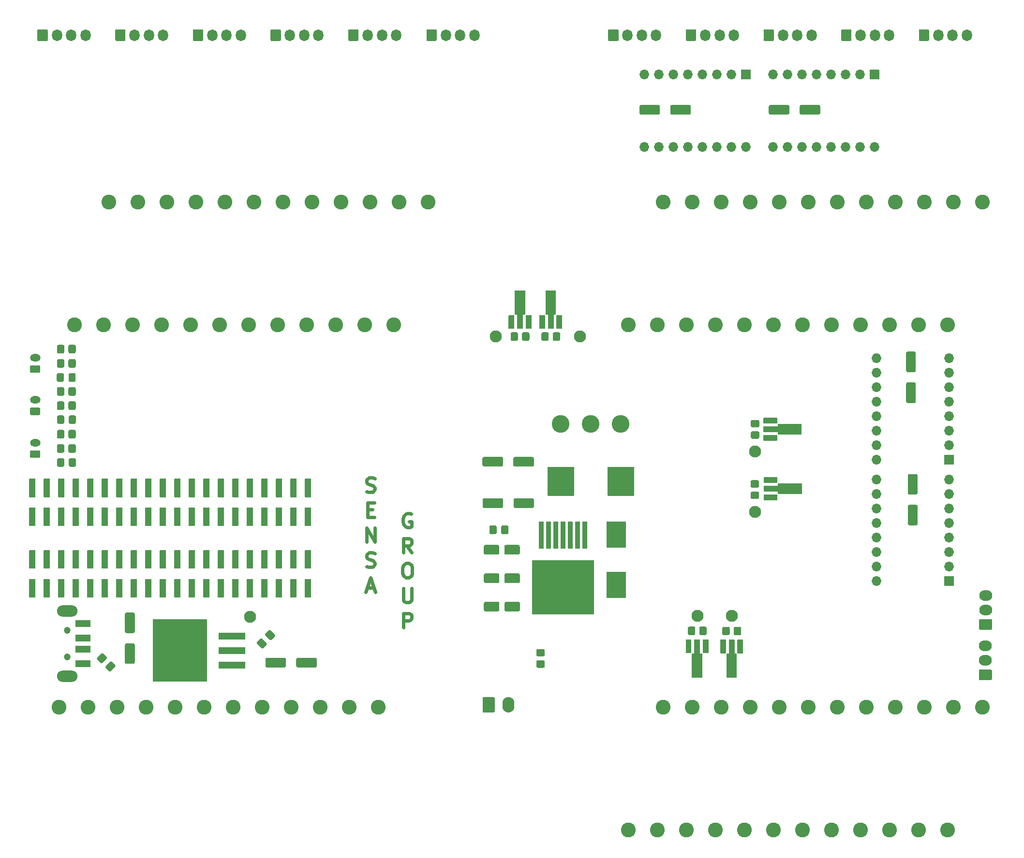
<source format=gbr>
G04 #@! TF.GenerationSoftware,KiCad,Pcbnew,(5.1.9)-1*
G04 #@! TF.CreationDate,2021-03-21T20:16:28+01:00*
G04 #@! TF.ProjectId,TonOfSteppers,546f6e4f-6653-4746-9570-706572732e6b,rev?*
G04 #@! TF.SameCoordinates,Original*
G04 #@! TF.FileFunction,Soldermask,Top*
G04 #@! TF.FilePolarity,Negative*
%FSLAX46Y46*%
G04 Gerber Fmt 4.6, Leading zero omitted, Abs format (unit mm)*
G04 Created by KiCad (PCBNEW (5.1.9)-1) date 2021-03-21 20:16:28*
%MOMM*%
%LPD*%
G01*
G04 APERTURE LIST*
%ADD10C,0.625000*%
%ADD11C,2.102000*%
%ADD12C,3.102000*%
%ADD13O,1.802000X2.052000*%
%ADD14O,1.702000X1.702000*%
%ADD15C,2.602000*%
%ADD16O,2.292000X1.842000*%
%ADD17O,2.102000X2.702000*%
%ADD18C,0.100000*%
%ADD19O,1.852000X1.302000*%
%ADD20O,3.602000X2.002000*%
%ADD21C,1.202000*%
G04 APERTURE END LIST*
D10*
X84528666Y-103479000D02*
X84290571Y-103359952D01*
X83933428Y-103359952D01*
X83576285Y-103479000D01*
X83338190Y-103717095D01*
X83219142Y-103955190D01*
X83100095Y-104431380D01*
X83100095Y-104788523D01*
X83219142Y-105264714D01*
X83338190Y-105502809D01*
X83576285Y-105740904D01*
X83933428Y-105859952D01*
X84171523Y-105859952D01*
X84528666Y-105740904D01*
X84647714Y-105621857D01*
X84647714Y-104788523D01*
X84171523Y-104788523D01*
X84647714Y-110234952D02*
X83814380Y-109044476D01*
X83219142Y-110234952D02*
X83219142Y-107734952D01*
X84171523Y-107734952D01*
X84409619Y-107854000D01*
X84528666Y-107973047D01*
X84647714Y-108211142D01*
X84647714Y-108568285D01*
X84528666Y-108806380D01*
X84409619Y-108925428D01*
X84171523Y-109044476D01*
X83219142Y-109044476D01*
X83635809Y-112109952D02*
X84112000Y-112109952D01*
X84350095Y-112229000D01*
X84588190Y-112467095D01*
X84707238Y-112943285D01*
X84707238Y-113776619D01*
X84588190Y-114252809D01*
X84350095Y-114490904D01*
X84112000Y-114609952D01*
X83635809Y-114609952D01*
X83397714Y-114490904D01*
X83159619Y-114252809D01*
X83040571Y-113776619D01*
X83040571Y-112943285D01*
X83159619Y-112467095D01*
X83397714Y-112229000D01*
X83635809Y-112109952D01*
X83159619Y-116484952D02*
X83159619Y-118508761D01*
X83278666Y-118746857D01*
X83397714Y-118865904D01*
X83635809Y-118984952D01*
X84112000Y-118984952D01*
X84350095Y-118865904D01*
X84469142Y-118746857D01*
X84588190Y-118508761D01*
X84588190Y-116484952D01*
X83219142Y-123359952D02*
X83219142Y-120859952D01*
X84171523Y-120859952D01*
X84409619Y-120979000D01*
X84528666Y-121098047D01*
X84647714Y-121336142D01*
X84647714Y-121693285D01*
X84528666Y-121931380D01*
X84409619Y-122050428D01*
X84171523Y-122169476D01*
X83219142Y-122169476D01*
X76727714Y-99519904D02*
X77084857Y-99638952D01*
X77680095Y-99638952D01*
X77918190Y-99519904D01*
X78037238Y-99400857D01*
X78156285Y-99162761D01*
X78156285Y-98924666D01*
X78037238Y-98686571D01*
X77918190Y-98567523D01*
X77680095Y-98448476D01*
X77203904Y-98329428D01*
X76965809Y-98210380D01*
X76846761Y-98091333D01*
X76727714Y-97853238D01*
X76727714Y-97615142D01*
X76846761Y-97377047D01*
X76965809Y-97258000D01*
X77203904Y-97138952D01*
X77799142Y-97138952D01*
X78156285Y-97258000D01*
X76906285Y-102704428D02*
X77739619Y-102704428D01*
X78096761Y-104013952D02*
X76906285Y-104013952D01*
X76906285Y-101513952D01*
X78096761Y-101513952D01*
X76727714Y-108388952D02*
X76727714Y-105888952D01*
X78156285Y-108388952D01*
X78156285Y-105888952D01*
X76727714Y-112644904D02*
X77084857Y-112763952D01*
X77680095Y-112763952D01*
X77918190Y-112644904D01*
X78037238Y-112525857D01*
X78156285Y-112287761D01*
X78156285Y-112049666D01*
X78037238Y-111811571D01*
X77918190Y-111692523D01*
X77680095Y-111573476D01*
X77203904Y-111454428D01*
X76965809Y-111335380D01*
X76846761Y-111216333D01*
X76727714Y-110978238D01*
X76727714Y-110740142D01*
X76846761Y-110502047D01*
X76965809Y-110383000D01*
X77203904Y-110263952D01*
X77799142Y-110263952D01*
X78156285Y-110383000D01*
X76846761Y-116424666D02*
X78037238Y-116424666D01*
X76608666Y-117138952D02*
X77442000Y-114638952D01*
X78275333Y-117138952D01*
X84528666Y-103479000D02*
X84290571Y-103359952D01*
X83933428Y-103359952D01*
X83576285Y-103479000D01*
X83338190Y-103717095D01*
X83219142Y-103955190D01*
X83100095Y-104431380D01*
X83100095Y-104788523D01*
X83219142Y-105264714D01*
X83338190Y-105502809D01*
X83576285Y-105740904D01*
X83933428Y-105859952D01*
X84171523Y-105859952D01*
X84528666Y-105740904D01*
X84647714Y-105621857D01*
X84647714Y-104788523D01*
X84171523Y-104788523D01*
X84647714Y-110234952D02*
X83814380Y-109044476D01*
X83219142Y-110234952D02*
X83219142Y-107734952D01*
X84171523Y-107734952D01*
X84409619Y-107854000D01*
X84528666Y-107973047D01*
X84647714Y-108211142D01*
X84647714Y-108568285D01*
X84528666Y-108806380D01*
X84409619Y-108925428D01*
X84171523Y-109044476D01*
X83219142Y-109044476D01*
X83635809Y-112109952D02*
X84112000Y-112109952D01*
X84350095Y-112229000D01*
X84588190Y-112467095D01*
X84707238Y-112943285D01*
X84707238Y-113776619D01*
X84588190Y-114252809D01*
X84350095Y-114490904D01*
X84112000Y-114609952D01*
X83635809Y-114609952D01*
X83397714Y-114490904D01*
X83159619Y-114252809D01*
X83040571Y-113776619D01*
X83040571Y-112943285D01*
X83159619Y-112467095D01*
X83397714Y-112229000D01*
X83635809Y-112109952D01*
X83159619Y-116484952D02*
X83159619Y-118508761D01*
X83278666Y-118746857D01*
X83397714Y-118865904D01*
X83635809Y-118984952D01*
X84112000Y-118984952D01*
X84350095Y-118865904D01*
X84469142Y-118746857D01*
X84588190Y-118508761D01*
X84588190Y-116484952D01*
X83219142Y-123359952D02*
X83219142Y-120859952D01*
X84171523Y-120859952D01*
X84409619Y-120979000D01*
X84528666Y-121098047D01*
X84647714Y-121336142D01*
X84647714Y-121693285D01*
X84528666Y-121931380D01*
X84409619Y-122050428D01*
X84171523Y-122169476D01*
X83219142Y-122169476D01*
X76727714Y-99519904D02*
X77084857Y-99638952D01*
X77680095Y-99638952D01*
X77918190Y-99519904D01*
X78037238Y-99400857D01*
X78156285Y-99162761D01*
X78156285Y-98924666D01*
X78037238Y-98686571D01*
X77918190Y-98567523D01*
X77680095Y-98448476D01*
X77203904Y-98329428D01*
X76965809Y-98210380D01*
X76846761Y-98091333D01*
X76727714Y-97853238D01*
X76727714Y-97615142D01*
X76846761Y-97377047D01*
X76965809Y-97258000D01*
X77203904Y-97138952D01*
X77799142Y-97138952D01*
X78156285Y-97258000D01*
X76906285Y-102704428D02*
X77739619Y-102704428D01*
X78096761Y-104013952D02*
X76906285Y-104013952D01*
X76906285Y-101513952D01*
X78096761Y-101513952D01*
X76727714Y-108388952D02*
X76727714Y-105888952D01*
X78156285Y-108388952D01*
X78156285Y-105888952D01*
X76727714Y-112644904D02*
X77084857Y-112763952D01*
X77680095Y-112763952D01*
X77918190Y-112644904D01*
X78037238Y-112525857D01*
X78156285Y-112287761D01*
X78156285Y-112049666D01*
X78037238Y-111811571D01*
X77918190Y-111692523D01*
X77680095Y-111573476D01*
X77203904Y-111454428D01*
X76965809Y-111335380D01*
X76846761Y-111216333D01*
X76727714Y-110978238D01*
X76727714Y-110740142D01*
X76846761Y-110502047D01*
X76965809Y-110383000D01*
X77203904Y-110263952D01*
X77799142Y-110263952D01*
X78156285Y-110383000D01*
X76846761Y-116424666D02*
X78037238Y-116424666D01*
X76608666Y-117138952D02*
X77442000Y-114638952D01*
X78275333Y-117138952D01*
D11*
X56332000Y-121478000D03*
X99382000Y-72408000D03*
X114112000Y-72408000D03*
X140682000Y-121288000D03*
X134622000Y-121288000D03*
X144762000Y-103128000D03*
X144762000Y-92528000D03*
D12*
X121212000Y-87668000D03*
X115977000Y-87668000D03*
X110742000Y-87668000D03*
G36*
G01*
X159819000Y-20381000D02*
X159819000Y-18859000D01*
G75*
G02*
X160084000Y-18594000I265000J0D01*
G01*
X161356000Y-18594000D01*
G75*
G02*
X161621000Y-18859000I0J-265000D01*
G01*
X161621000Y-20381000D01*
G75*
G02*
X161356000Y-20646000I-265000J0D01*
G01*
X160084000Y-20646000D01*
G75*
G02*
X159819000Y-20381000I0J265000D01*
G01*
G37*
D13*
X163220000Y-19620000D03*
X165720000Y-19620000D03*
X168220000Y-19620000D03*
G36*
G01*
X173419000Y-20381000D02*
X173419000Y-18859000D01*
G75*
G02*
X173684000Y-18594000I265000J0D01*
G01*
X174956000Y-18594000D01*
G75*
G02*
X175221000Y-18859000I0J-265000D01*
G01*
X175221000Y-20381000D01*
G75*
G02*
X174956000Y-20646000I-265000J0D01*
G01*
X173684000Y-20646000D01*
G75*
G02*
X173419000Y-20381000I0J265000D01*
G01*
G37*
X176820000Y-19620000D03*
X179320000Y-19620000D03*
X181820000Y-19620000D03*
X141020000Y-19620000D03*
X138520000Y-19620000D03*
X136020000Y-19620000D03*
G36*
G01*
X132619000Y-20381000D02*
X132619000Y-18859000D01*
G75*
G02*
X132884000Y-18594000I265000J0D01*
G01*
X134156000Y-18594000D01*
G75*
G02*
X134421000Y-18859000I0J-265000D01*
G01*
X134421000Y-20381000D01*
G75*
G02*
X134156000Y-20646000I-265000J0D01*
G01*
X132884000Y-20646000D01*
G75*
G02*
X132619000Y-20381000I0J265000D01*
G01*
G37*
G36*
G01*
X59919000Y-20381000D02*
X59919000Y-18859000D01*
G75*
G02*
X60184000Y-18594000I265000J0D01*
G01*
X61456000Y-18594000D01*
G75*
G02*
X61721000Y-18859000I0J-265000D01*
G01*
X61721000Y-20381000D01*
G75*
G02*
X61456000Y-20646000I-265000J0D01*
G01*
X60184000Y-20646000D01*
G75*
G02*
X59919000Y-20381000I0J265000D01*
G01*
G37*
X63320000Y-19620000D03*
X65820000Y-19620000D03*
X68320000Y-19620000D03*
X154620000Y-19620000D03*
X152120000Y-19620000D03*
X149620000Y-19620000D03*
G36*
G01*
X146219000Y-20381000D02*
X146219000Y-18859000D01*
G75*
G02*
X146484000Y-18594000I265000J0D01*
G01*
X147756000Y-18594000D01*
G75*
G02*
X148021000Y-18859000I0J-265000D01*
G01*
X148021000Y-20381000D01*
G75*
G02*
X147756000Y-20646000I-265000J0D01*
G01*
X146484000Y-20646000D01*
G75*
G02*
X146219000Y-20381000I0J265000D01*
G01*
G37*
D14*
X143122000Y-39208000D03*
X125342000Y-26508000D03*
X140582000Y-39208000D03*
X127882000Y-26508000D03*
X138042000Y-39208000D03*
X130422000Y-26508000D03*
X135502000Y-39208000D03*
X132962000Y-26508000D03*
X132962000Y-39208000D03*
X135502000Y-26508000D03*
X130422000Y-39208000D03*
X138042000Y-26508000D03*
X127882000Y-39208000D03*
X140582000Y-26508000D03*
X125342000Y-39208000D03*
G36*
G01*
X142322000Y-25657000D02*
X143922000Y-25657000D01*
G75*
G02*
X143973000Y-25708000I0J-51000D01*
G01*
X143973000Y-27308000D01*
G75*
G02*
X143922000Y-27359000I-51000J0D01*
G01*
X142322000Y-27359000D01*
G75*
G02*
X142271000Y-27308000I0J51000D01*
G01*
X142271000Y-25708000D01*
G75*
G02*
X142322000Y-25657000I51000J0D01*
G01*
G37*
X165622000Y-39208000D03*
X147842000Y-26508000D03*
X163082000Y-39208000D03*
X150382000Y-26508000D03*
X160542000Y-39208000D03*
X152922000Y-26508000D03*
X158002000Y-39208000D03*
X155462000Y-26508000D03*
X155462000Y-39208000D03*
X158002000Y-26508000D03*
X152922000Y-39208000D03*
X160542000Y-26508000D03*
X150382000Y-39208000D03*
X163082000Y-26508000D03*
X147842000Y-39208000D03*
G36*
G01*
X164822000Y-25657000D02*
X166422000Y-25657000D01*
G75*
G02*
X166473000Y-25708000I0J-51000D01*
G01*
X166473000Y-27308000D01*
G75*
G02*
X166422000Y-27359000I-51000J0D01*
G01*
X164822000Y-27359000D01*
G75*
G02*
X164771000Y-27308000I0J51000D01*
G01*
X164771000Y-25708000D01*
G75*
G02*
X164822000Y-25657000I51000J0D01*
G01*
G37*
G36*
G01*
X179548000Y-93183000D02*
X179548000Y-94783000D01*
G75*
G02*
X179497000Y-94834000I-51000J0D01*
G01*
X177897000Y-94834000D01*
G75*
G02*
X177846000Y-94783000I0J51000D01*
G01*
X177846000Y-93183000D01*
G75*
G02*
X177897000Y-93132000I51000J0D01*
G01*
X179497000Y-93132000D01*
G75*
G02*
X179548000Y-93183000I0J-51000D01*
G01*
G37*
X165997000Y-76203000D03*
X178697000Y-91443000D03*
X165997000Y-78743000D03*
X178697000Y-88903000D03*
X165997000Y-81283000D03*
X178697000Y-86363000D03*
X165997000Y-83823000D03*
X178697000Y-83823000D03*
X165997000Y-86363000D03*
X178697000Y-81283000D03*
X165997000Y-88903000D03*
X178697000Y-78743000D03*
X165997000Y-91443000D03*
X178697000Y-76203000D03*
X165997000Y-93983000D03*
G36*
G01*
X179548000Y-114433000D02*
X179548000Y-116033000D01*
G75*
G02*
X179497000Y-116084000I-51000J0D01*
G01*
X177897000Y-116084000D01*
G75*
G02*
X177846000Y-116033000I0J51000D01*
G01*
X177846000Y-114433000D01*
G75*
G02*
X177897000Y-114382000I51000J0D01*
G01*
X179497000Y-114382000D01*
G75*
G02*
X179548000Y-114433000I0J-51000D01*
G01*
G37*
X165997000Y-97453000D03*
X178697000Y-112693000D03*
X165997000Y-99993000D03*
X178697000Y-110153000D03*
X165997000Y-102533000D03*
X178697000Y-107613000D03*
X165997000Y-105073000D03*
X178697000Y-105073000D03*
X165997000Y-107613000D03*
X178697000Y-102533000D03*
X165997000Y-110153000D03*
X178697000Y-99993000D03*
X165997000Y-112693000D03*
X178697000Y-97453000D03*
X165997000Y-115233000D03*
G36*
G01*
X147146000Y-33268063D02*
X147146000Y-32097937D01*
G75*
G02*
X147411937Y-31832000I265937J0D01*
G01*
X150482063Y-31832000D01*
G75*
G02*
X150748000Y-32097937I0J-265937D01*
G01*
X150748000Y-33268063D01*
G75*
G02*
X150482063Y-33534000I-265937J0D01*
G01*
X147411937Y-33534000D01*
G75*
G02*
X147146000Y-33268063I0J265937D01*
G01*
G37*
G36*
G01*
X152546000Y-33268063D02*
X152546000Y-32097937D01*
G75*
G02*
X152811937Y-31832000I265937J0D01*
G01*
X155882063Y-31832000D01*
G75*
G02*
X156148000Y-32097937I0J-265937D01*
G01*
X156148000Y-33268063D01*
G75*
G02*
X155882063Y-33534000I-265937J0D01*
G01*
X152811937Y-33534000D01*
G75*
G02*
X152546000Y-33268063I0J265937D01*
G01*
G37*
G36*
G01*
X129896000Y-33268063D02*
X129896000Y-32097937D01*
G75*
G02*
X130161937Y-31832000I265937J0D01*
G01*
X133232063Y-31832000D01*
G75*
G02*
X133498000Y-32097937I0J-265937D01*
G01*
X133498000Y-33268063D01*
G75*
G02*
X133232063Y-33534000I-265937J0D01*
G01*
X130161937Y-33534000D01*
G75*
G02*
X129896000Y-33268063I0J265937D01*
G01*
G37*
G36*
G01*
X124496000Y-33268063D02*
X124496000Y-32097937D01*
G75*
G02*
X124761937Y-31832000I265937J0D01*
G01*
X127832063Y-31832000D01*
G75*
G02*
X128098000Y-32097937I0J-265937D01*
G01*
X128098000Y-33268063D01*
G75*
G02*
X127832063Y-33534000I-265937J0D01*
G01*
X124761937Y-33534000D01*
G75*
G02*
X124496000Y-33268063I0J265937D01*
G01*
G37*
G36*
G01*
X171436937Y-80437000D02*
X172607063Y-80437000D01*
G75*
G02*
X172873000Y-80702937I0J-265937D01*
G01*
X172873000Y-83773063D01*
G75*
G02*
X172607063Y-84039000I-265937J0D01*
G01*
X171436937Y-84039000D01*
G75*
G02*
X171171000Y-83773063I0J265937D01*
G01*
X171171000Y-80702937D01*
G75*
G02*
X171436937Y-80437000I265937J0D01*
G01*
G37*
G36*
G01*
X171436937Y-75037000D02*
X172607063Y-75037000D01*
G75*
G02*
X172873000Y-75302937I0J-265937D01*
G01*
X172873000Y-78373063D01*
G75*
G02*
X172607063Y-78639000I-265937J0D01*
G01*
X171436937Y-78639000D01*
G75*
G02*
X171171000Y-78373063I0J265937D01*
G01*
X171171000Y-75302937D01*
G75*
G02*
X171436937Y-75037000I265937J0D01*
G01*
G37*
G36*
G01*
X172917063Y-105479000D02*
X171746937Y-105479000D01*
G75*
G02*
X171481000Y-105213063I0J265937D01*
G01*
X171481000Y-102142937D01*
G75*
G02*
X171746937Y-101877000I265937J0D01*
G01*
X172917063Y-101877000D01*
G75*
G02*
X173183000Y-102142937I0J-265937D01*
G01*
X173183000Y-105213063D01*
G75*
G02*
X172917063Y-105479000I-265937J0D01*
G01*
G37*
G36*
G01*
X172917063Y-100079000D02*
X171746937Y-100079000D01*
G75*
G02*
X171481000Y-99813063I0J265937D01*
G01*
X171481000Y-96742937D01*
G75*
G02*
X171746937Y-96477000I265937J0D01*
G01*
X172917063Y-96477000D01*
G75*
G02*
X173183000Y-96742937I0J-265937D01*
G01*
X173183000Y-99813063D01*
G75*
G02*
X172917063Y-100079000I-265937J0D01*
G01*
G37*
G36*
G01*
X103573000Y-119122937D02*
X103573000Y-120293063D01*
G75*
G02*
X103307063Y-120559000I-265937J0D01*
G01*
X101136937Y-120559000D01*
G75*
G02*
X100871000Y-120293063I0J265937D01*
G01*
X100871000Y-119122937D01*
G75*
G02*
X101136937Y-118857000I265937J0D01*
G01*
X103307063Y-118857000D01*
G75*
G02*
X103573000Y-119122937I0J-265937D01*
G01*
G37*
G36*
G01*
X99973000Y-119122937D02*
X99973000Y-120293063D01*
G75*
G02*
X99707063Y-120559000I-265937J0D01*
G01*
X97536937Y-120559000D01*
G75*
G02*
X97271000Y-120293063I0J265937D01*
G01*
X97271000Y-119122937D01*
G75*
G02*
X97536937Y-118857000I265937J0D01*
G01*
X99707063Y-118857000D01*
G75*
G02*
X99973000Y-119122937I0J-265937D01*
G01*
G37*
G36*
G01*
X99973000Y-114147937D02*
X99973000Y-115318063D01*
G75*
G02*
X99707063Y-115584000I-265937J0D01*
G01*
X97536937Y-115584000D01*
G75*
G02*
X97271000Y-115318063I0J265937D01*
G01*
X97271000Y-114147937D01*
G75*
G02*
X97536937Y-113882000I265937J0D01*
G01*
X99707063Y-113882000D01*
G75*
G02*
X99973000Y-114147937I0J-265937D01*
G01*
G37*
G36*
G01*
X103573000Y-114147937D02*
X103573000Y-115318063D01*
G75*
G02*
X103307063Y-115584000I-265937J0D01*
G01*
X101136937Y-115584000D01*
G75*
G02*
X100871000Y-115318063I0J265937D01*
G01*
X100871000Y-114147937D01*
G75*
G02*
X101136937Y-113882000I265937J0D01*
G01*
X103307063Y-113882000D01*
G75*
G02*
X103573000Y-114147937I0J-265937D01*
G01*
G37*
G36*
G01*
X103548000Y-109172937D02*
X103548000Y-110343063D01*
G75*
G02*
X103282063Y-110609000I-265937J0D01*
G01*
X101111937Y-110609000D01*
G75*
G02*
X100846000Y-110343063I0J265937D01*
G01*
X100846000Y-109172937D01*
G75*
G02*
X101111937Y-108907000I265937J0D01*
G01*
X103282063Y-108907000D01*
G75*
G02*
X103548000Y-109172937I0J-265937D01*
G01*
G37*
G36*
G01*
X99948000Y-109172937D02*
X99948000Y-110343063D01*
G75*
G02*
X99682063Y-110609000I-265937J0D01*
G01*
X97511937Y-110609000D01*
G75*
G02*
X97246000Y-110343063I0J265937D01*
G01*
X97246000Y-109172937D01*
G75*
G02*
X97511937Y-108907000I265937J0D01*
G01*
X99682063Y-108907000D01*
G75*
G02*
X99948000Y-109172937I0J-265937D01*
G01*
G37*
G36*
G01*
X99498000Y-105753702D02*
X99498000Y-106762298D01*
G75*
G02*
X99226298Y-107034000I-271702J0D01*
G01*
X98492702Y-107034000D01*
G75*
G02*
X98221000Y-106762298I0J271702D01*
G01*
X98221000Y-105753702D01*
G75*
G02*
X98492702Y-105482000I271702J0D01*
G01*
X99226298Y-105482000D01*
G75*
G02*
X99498000Y-105753702I0J-271702D01*
G01*
G37*
G36*
G01*
X101573000Y-105753702D02*
X101573000Y-106762298D01*
G75*
G02*
X101301298Y-107034000I-271702J0D01*
G01*
X100567702Y-107034000D01*
G75*
G02*
X100296000Y-106762298I0J271702D01*
G01*
X100296000Y-105753702D01*
G75*
G02*
X100567702Y-105482000I271702J0D01*
G01*
X101301298Y-105482000D01*
G75*
G02*
X101573000Y-105753702I0J-271702D01*
G01*
G37*
G36*
G01*
X106048000Y-100997937D02*
X106048000Y-102168063D01*
G75*
G02*
X105782063Y-102434000I-265937J0D01*
G01*
X102711937Y-102434000D01*
G75*
G02*
X102446000Y-102168063I0J265937D01*
G01*
X102446000Y-100997937D01*
G75*
G02*
X102711937Y-100732000I265937J0D01*
G01*
X105782063Y-100732000D01*
G75*
G02*
X106048000Y-100997937I0J-265937D01*
G01*
G37*
G36*
G01*
X100648000Y-100997937D02*
X100648000Y-102168063D01*
G75*
G02*
X100382063Y-102434000I-265937J0D01*
G01*
X97311937Y-102434000D01*
G75*
G02*
X97046000Y-102168063I0J265937D01*
G01*
X97046000Y-100997937D01*
G75*
G02*
X97311937Y-100732000I265937J0D01*
G01*
X100382063Y-100732000D01*
G75*
G02*
X100648000Y-100997937I0J-265937D01*
G01*
G37*
G36*
G01*
X100623000Y-93747937D02*
X100623000Y-94918063D01*
G75*
G02*
X100357063Y-95184000I-265937J0D01*
G01*
X97286937Y-95184000D01*
G75*
G02*
X97021000Y-94918063I0J265937D01*
G01*
X97021000Y-93747937D01*
G75*
G02*
X97286937Y-93482000I265937J0D01*
G01*
X100357063Y-93482000D01*
G75*
G02*
X100623000Y-93747937I0J-265937D01*
G01*
G37*
G36*
G01*
X106023000Y-93747937D02*
X106023000Y-94918063D01*
G75*
G02*
X105757063Y-95184000I-265937J0D01*
G01*
X102686937Y-95184000D01*
G75*
G02*
X102421000Y-94918063I0J265937D01*
G01*
X102421000Y-93747937D01*
G75*
G02*
X102686937Y-93482000I265937J0D01*
G01*
X105757063Y-93482000D01*
G75*
G02*
X106023000Y-93747937I0J-265937D01*
G01*
G37*
G36*
G01*
X118746000Y-109358000D02*
X118746000Y-104858000D01*
G75*
G02*
X118797000Y-104807000I51000J0D01*
G01*
X122097000Y-104807000D01*
G75*
G02*
X122148000Y-104858000I0J-51000D01*
G01*
X122148000Y-109358000D01*
G75*
G02*
X122097000Y-109409000I-51000J0D01*
G01*
X118797000Y-109409000D01*
G75*
G02*
X118746000Y-109358000I0J51000D01*
G01*
G37*
G36*
G01*
X118746000Y-118158000D02*
X118746000Y-113658000D01*
G75*
G02*
X118797000Y-113607000I51000J0D01*
G01*
X122097000Y-113607000D01*
G75*
G02*
X122148000Y-113658000I0J-51000D01*
G01*
X122148000Y-118158000D01*
G75*
G02*
X122097000Y-118209000I-51000J0D01*
G01*
X118797000Y-118209000D01*
G75*
G02*
X118746000Y-118158000I0J51000D01*
G01*
G37*
G36*
G01*
X66002000Y-109808000D02*
X67002000Y-109808000D01*
G75*
G02*
X67053000Y-109859000I0J-51000D01*
G01*
X67053000Y-113009000D01*
G75*
G02*
X67002000Y-113060000I-51000J0D01*
G01*
X66002000Y-113060000D01*
G75*
G02*
X65951000Y-113009000I0J51000D01*
G01*
X65951000Y-109859000D01*
G75*
G02*
X66002000Y-109808000I51000J0D01*
G01*
G37*
G36*
G01*
X66002000Y-114858000D02*
X67002000Y-114858000D01*
G75*
G02*
X67053000Y-114909000I0J-51000D01*
G01*
X67053000Y-118059000D01*
G75*
G02*
X67002000Y-118110000I-51000J0D01*
G01*
X66002000Y-118110000D01*
G75*
G02*
X65951000Y-118059000I0J51000D01*
G01*
X65951000Y-114909000D01*
G75*
G02*
X66002000Y-114858000I51000J0D01*
G01*
G37*
G36*
G01*
X63462000Y-109808000D02*
X64462000Y-109808000D01*
G75*
G02*
X64513000Y-109859000I0J-51000D01*
G01*
X64513000Y-113009000D01*
G75*
G02*
X64462000Y-113060000I-51000J0D01*
G01*
X63462000Y-113060000D01*
G75*
G02*
X63411000Y-113009000I0J51000D01*
G01*
X63411000Y-109859000D01*
G75*
G02*
X63462000Y-109808000I51000J0D01*
G01*
G37*
G36*
G01*
X63462000Y-114858000D02*
X64462000Y-114858000D01*
G75*
G02*
X64513000Y-114909000I0J-51000D01*
G01*
X64513000Y-118059000D01*
G75*
G02*
X64462000Y-118110000I-51000J0D01*
G01*
X63462000Y-118110000D01*
G75*
G02*
X63411000Y-118059000I0J51000D01*
G01*
X63411000Y-114909000D01*
G75*
G02*
X63462000Y-114858000I51000J0D01*
G01*
G37*
G36*
G01*
X60922000Y-109808000D02*
X61922000Y-109808000D01*
G75*
G02*
X61973000Y-109859000I0J-51000D01*
G01*
X61973000Y-113009000D01*
G75*
G02*
X61922000Y-113060000I-51000J0D01*
G01*
X60922000Y-113060000D01*
G75*
G02*
X60871000Y-113009000I0J51000D01*
G01*
X60871000Y-109859000D01*
G75*
G02*
X60922000Y-109808000I51000J0D01*
G01*
G37*
G36*
G01*
X60922000Y-114858000D02*
X61922000Y-114858000D01*
G75*
G02*
X61973000Y-114909000I0J-51000D01*
G01*
X61973000Y-118059000D01*
G75*
G02*
X61922000Y-118110000I-51000J0D01*
G01*
X60922000Y-118110000D01*
G75*
G02*
X60871000Y-118059000I0J51000D01*
G01*
X60871000Y-114909000D01*
G75*
G02*
X60922000Y-114858000I51000J0D01*
G01*
G37*
G36*
G01*
X58382000Y-109808000D02*
X59382000Y-109808000D01*
G75*
G02*
X59433000Y-109859000I0J-51000D01*
G01*
X59433000Y-113009000D01*
G75*
G02*
X59382000Y-113060000I-51000J0D01*
G01*
X58382000Y-113060000D01*
G75*
G02*
X58331000Y-113009000I0J51000D01*
G01*
X58331000Y-109859000D01*
G75*
G02*
X58382000Y-109808000I51000J0D01*
G01*
G37*
G36*
G01*
X58382000Y-114858000D02*
X59382000Y-114858000D01*
G75*
G02*
X59433000Y-114909000I0J-51000D01*
G01*
X59433000Y-118059000D01*
G75*
G02*
X59382000Y-118110000I-51000J0D01*
G01*
X58382000Y-118110000D01*
G75*
G02*
X58331000Y-118059000I0J51000D01*
G01*
X58331000Y-114909000D01*
G75*
G02*
X58382000Y-114858000I51000J0D01*
G01*
G37*
G36*
G01*
X55842000Y-109808000D02*
X56842000Y-109808000D01*
G75*
G02*
X56893000Y-109859000I0J-51000D01*
G01*
X56893000Y-113009000D01*
G75*
G02*
X56842000Y-113060000I-51000J0D01*
G01*
X55842000Y-113060000D01*
G75*
G02*
X55791000Y-113009000I0J51000D01*
G01*
X55791000Y-109859000D01*
G75*
G02*
X55842000Y-109808000I51000J0D01*
G01*
G37*
G36*
G01*
X55842000Y-114858000D02*
X56842000Y-114858000D01*
G75*
G02*
X56893000Y-114909000I0J-51000D01*
G01*
X56893000Y-118059000D01*
G75*
G02*
X56842000Y-118110000I-51000J0D01*
G01*
X55842000Y-118110000D01*
G75*
G02*
X55791000Y-118059000I0J51000D01*
G01*
X55791000Y-114909000D01*
G75*
G02*
X55842000Y-114858000I51000J0D01*
G01*
G37*
G36*
G01*
X53302000Y-109808000D02*
X54302000Y-109808000D01*
G75*
G02*
X54353000Y-109859000I0J-51000D01*
G01*
X54353000Y-113009000D01*
G75*
G02*
X54302000Y-113060000I-51000J0D01*
G01*
X53302000Y-113060000D01*
G75*
G02*
X53251000Y-113009000I0J51000D01*
G01*
X53251000Y-109859000D01*
G75*
G02*
X53302000Y-109808000I51000J0D01*
G01*
G37*
G36*
G01*
X53302000Y-114858000D02*
X54302000Y-114858000D01*
G75*
G02*
X54353000Y-114909000I0J-51000D01*
G01*
X54353000Y-118059000D01*
G75*
G02*
X54302000Y-118110000I-51000J0D01*
G01*
X53302000Y-118110000D01*
G75*
G02*
X53251000Y-118059000I0J51000D01*
G01*
X53251000Y-114909000D01*
G75*
G02*
X53302000Y-114858000I51000J0D01*
G01*
G37*
G36*
G01*
X50762000Y-109808000D02*
X51762000Y-109808000D01*
G75*
G02*
X51813000Y-109859000I0J-51000D01*
G01*
X51813000Y-113009000D01*
G75*
G02*
X51762000Y-113060000I-51000J0D01*
G01*
X50762000Y-113060000D01*
G75*
G02*
X50711000Y-113009000I0J51000D01*
G01*
X50711000Y-109859000D01*
G75*
G02*
X50762000Y-109808000I51000J0D01*
G01*
G37*
G36*
G01*
X50762000Y-114858000D02*
X51762000Y-114858000D01*
G75*
G02*
X51813000Y-114909000I0J-51000D01*
G01*
X51813000Y-118059000D01*
G75*
G02*
X51762000Y-118110000I-51000J0D01*
G01*
X50762000Y-118110000D01*
G75*
G02*
X50711000Y-118059000I0J51000D01*
G01*
X50711000Y-114909000D01*
G75*
G02*
X50762000Y-114858000I51000J0D01*
G01*
G37*
G36*
G01*
X48222000Y-109808000D02*
X49222000Y-109808000D01*
G75*
G02*
X49273000Y-109859000I0J-51000D01*
G01*
X49273000Y-113009000D01*
G75*
G02*
X49222000Y-113060000I-51000J0D01*
G01*
X48222000Y-113060000D01*
G75*
G02*
X48171000Y-113009000I0J51000D01*
G01*
X48171000Y-109859000D01*
G75*
G02*
X48222000Y-109808000I51000J0D01*
G01*
G37*
G36*
G01*
X48222000Y-114858000D02*
X49222000Y-114858000D01*
G75*
G02*
X49273000Y-114909000I0J-51000D01*
G01*
X49273000Y-118059000D01*
G75*
G02*
X49222000Y-118110000I-51000J0D01*
G01*
X48222000Y-118110000D01*
G75*
G02*
X48171000Y-118059000I0J51000D01*
G01*
X48171000Y-114909000D01*
G75*
G02*
X48222000Y-114858000I51000J0D01*
G01*
G37*
G36*
G01*
X45682000Y-109808000D02*
X46682000Y-109808000D01*
G75*
G02*
X46733000Y-109859000I0J-51000D01*
G01*
X46733000Y-113009000D01*
G75*
G02*
X46682000Y-113060000I-51000J0D01*
G01*
X45682000Y-113060000D01*
G75*
G02*
X45631000Y-113009000I0J51000D01*
G01*
X45631000Y-109859000D01*
G75*
G02*
X45682000Y-109808000I51000J0D01*
G01*
G37*
G36*
G01*
X45682000Y-114858000D02*
X46682000Y-114858000D01*
G75*
G02*
X46733000Y-114909000I0J-51000D01*
G01*
X46733000Y-118059000D01*
G75*
G02*
X46682000Y-118110000I-51000J0D01*
G01*
X45682000Y-118110000D01*
G75*
G02*
X45631000Y-118059000I0J51000D01*
G01*
X45631000Y-114909000D01*
G75*
G02*
X45682000Y-114858000I51000J0D01*
G01*
G37*
G36*
G01*
X43142000Y-109808000D02*
X44142000Y-109808000D01*
G75*
G02*
X44193000Y-109859000I0J-51000D01*
G01*
X44193000Y-113009000D01*
G75*
G02*
X44142000Y-113060000I-51000J0D01*
G01*
X43142000Y-113060000D01*
G75*
G02*
X43091000Y-113009000I0J51000D01*
G01*
X43091000Y-109859000D01*
G75*
G02*
X43142000Y-109808000I51000J0D01*
G01*
G37*
G36*
G01*
X43142000Y-114858000D02*
X44142000Y-114858000D01*
G75*
G02*
X44193000Y-114909000I0J-51000D01*
G01*
X44193000Y-118059000D01*
G75*
G02*
X44142000Y-118110000I-51000J0D01*
G01*
X43142000Y-118110000D01*
G75*
G02*
X43091000Y-118059000I0J51000D01*
G01*
X43091000Y-114909000D01*
G75*
G02*
X43142000Y-114858000I51000J0D01*
G01*
G37*
G36*
G01*
X40602000Y-109808000D02*
X41602000Y-109808000D01*
G75*
G02*
X41653000Y-109859000I0J-51000D01*
G01*
X41653000Y-113009000D01*
G75*
G02*
X41602000Y-113060000I-51000J0D01*
G01*
X40602000Y-113060000D01*
G75*
G02*
X40551000Y-113009000I0J51000D01*
G01*
X40551000Y-109859000D01*
G75*
G02*
X40602000Y-109808000I51000J0D01*
G01*
G37*
G36*
G01*
X40602000Y-114858000D02*
X41602000Y-114858000D01*
G75*
G02*
X41653000Y-114909000I0J-51000D01*
G01*
X41653000Y-118059000D01*
G75*
G02*
X41602000Y-118110000I-51000J0D01*
G01*
X40602000Y-118110000D01*
G75*
G02*
X40551000Y-118059000I0J51000D01*
G01*
X40551000Y-114909000D01*
G75*
G02*
X40602000Y-114858000I51000J0D01*
G01*
G37*
G36*
G01*
X38062000Y-109808000D02*
X39062000Y-109808000D01*
G75*
G02*
X39113000Y-109859000I0J-51000D01*
G01*
X39113000Y-113009000D01*
G75*
G02*
X39062000Y-113060000I-51000J0D01*
G01*
X38062000Y-113060000D01*
G75*
G02*
X38011000Y-113009000I0J51000D01*
G01*
X38011000Y-109859000D01*
G75*
G02*
X38062000Y-109808000I51000J0D01*
G01*
G37*
G36*
G01*
X38062000Y-114858000D02*
X39062000Y-114858000D01*
G75*
G02*
X39113000Y-114909000I0J-51000D01*
G01*
X39113000Y-118059000D01*
G75*
G02*
X39062000Y-118110000I-51000J0D01*
G01*
X38062000Y-118110000D01*
G75*
G02*
X38011000Y-118059000I0J51000D01*
G01*
X38011000Y-114909000D01*
G75*
G02*
X38062000Y-114858000I51000J0D01*
G01*
G37*
G36*
G01*
X35522000Y-109808000D02*
X36522000Y-109808000D01*
G75*
G02*
X36573000Y-109859000I0J-51000D01*
G01*
X36573000Y-113009000D01*
G75*
G02*
X36522000Y-113060000I-51000J0D01*
G01*
X35522000Y-113060000D01*
G75*
G02*
X35471000Y-113009000I0J51000D01*
G01*
X35471000Y-109859000D01*
G75*
G02*
X35522000Y-109808000I51000J0D01*
G01*
G37*
G36*
G01*
X35522000Y-114858000D02*
X36522000Y-114858000D01*
G75*
G02*
X36573000Y-114909000I0J-51000D01*
G01*
X36573000Y-118059000D01*
G75*
G02*
X36522000Y-118110000I-51000J0D01*
G01*
X35522000Y-118110000D01*
G75*
G02*
X35471000Y-118059000I0J51000D01*
G01*
X35471000Y-114909000D01*
G75*
G02*
X35522000Y-114858000I51000J0D01*
G01*
G37*
G36*
G01*
X32982000Y-109808000D02*
X33982000Y-109808000D01*
G75*
G02*
X34033000Y-109859000I0J-51000D01*
G01*
X34033000Y-113009000D01*
G75*
G02*
X33982000Y-113060000I-51000J0D01*
G01*
X32982000Y-113060000D01*
G75*
G02*
X32931000Y-113009000I0J51000D01*
G01*
X32931000Y-109859000D01*
G75*
G02*
X32982000Y-109808000I51000J0D01*
G01*
G37*
G36*
G01*
X32982000Y-114858000D02*
X33982000Y-114858000D01*
G75*
G02*
X34033000Y-114909000I0J-51000D01*
G01*
X34033000Y-118059000D01*
G75*
G02*
X33982000Y-118110000I-51000J0D01*
G01*
X32982000Y-118110000D01*
G75*
G02*
X32931000Y-118059000I0J51000D01*
G01*
X32931000Y-114909000D01*
G75*
G02*
X32982000Y-114858000I51000J0D01*
G01*
G37*
G36*
G01*
X30442000Y-109808000D02*
X31442000Y-109808000D01*
G75*
G02*
X31493000Y-109859000I0J-51000D01*
G01*
X31493000Y-113009000D01*
G75*
G02*
X31442000Y-113060000I-51000J0D01*
G01*
X30442000Y-113060000D01*
G75*
G02*
X30391000Y-113009000I0J51000D01*
G01*
X30391000Y-109859000D01*
G75*
G02*
X30442000Y-109808000I51000J0D01*
G01*
G37*
G36*
G01*
X30442000Y-114858000D02*
X31442000Y-114858000D01*
G75*
G02*
X31493000Y-114909000I0J-51000D01*
G01*
X31493000Y-118059000D01*
G75*
G02*
X31442000Y-118110000I-51000J0D01*
G01*
X30442000Y-118110000D01*
G75*
G02*
X30391000Y-118059000I0J51000D01*
G01*
X30391000Y-114909000D01*
G75*
G02*
X30442000Y-114858000I51000J0D01*
G01*
G37*
G36*
G01*
X27902000Y-109808000D02*
X28902000Y-109808000D01*
G75*
G02*
X28953000Y-109859000I0J-51000D01*
G01*
X28953000Y-113009000D01*
G75*
G02*
X28902000Y-113060000I-51000J0D01*
G01*
X27902000Y-113060000D01*
G75*
G02*
X27851000Y-113009000I0J51000D01*
G01*
X27851000Y-109859000D01*
G75*
G02*
X27902000Y-109808000I51000J0D01*
G01*
G37*
G36*
G01*
X27902000Y-114858000D02*
X28902000Y-114858000D01*
G75*
G02*
X28953000Y-114909000I0J-51000D01*
G01*
X28953000Y-118059000D01*
G75*
G02*
X28902000Y-118110000I-51000J0D01*
G01*
X27902000Y-118110000D01*
G75*
G02*
X27851000Y-118059000I0J51000D01*
G01*
X27851000Y-114909000D01*
G75*
G02*
X27902000Y-114858000I51000J0D01*
G01*
G37*
G36*
G01*
X25362000Y-109808000D02*
X26362000Y-109808000D01*
G75*
G02*
X26413000Y-109859000I0J-51000D01*
G01*
X26413000Y-113009000D01*
G75*
G02*
X26362000Y-113060000I-51000J0D01*
G01*
X25362000Y-113060000D01*
G75*
G02*
X25311000Y-113009000I0J51000D01*
G01*
X25311000Y-109859000D01*
G75*
G02*
X25362000Y-109808000I51000J0D01*
G01*
G37*
G36*
G01*
X25362000Y-114858000D02*
X26362000Y-114858000D01*
G75*
G02*
X26413000Y-114909000I0J-51000D01*
G01*
X26413000Y-118059000D01*
G75*
G02*
X26362000Y-118110000I-51000J0D01*
G01*
X25362000Y-118110000D01*
G75*
G02*
X25311000Y-118059000I0J51000D01*
G01*
X25311000Y-114909000D01*
G75*
G02*
X25362000Y-114858000I51000J0D01*
G01*
G37*
G36*
G01*
X22822000Y-109808000D02*
X23822000Y-109808000D01*
G75*
G02*
X23873000Y-109859000I0J-51000D01*
G01*
X23873000Y-113009000D01*
G75*
G02*
X23822000Y-113060000I-51000J0D01*
G01*
X22822000Y-113060000D01*
G75*
G02*
X22771000Y-113009000I0J51000D01*
G01*
X22771000Y-109859000D01*
G75*
G02*
X22822000Y-109808000I51000J0D01*
G01*
G37*
G36*
G01*
X22822000Y-114858000D02*
X23822000Y-114858000D01*
G75*
G02*
X23873000Y-114909000I0J-51000D01*
G01*
X23873000Y-118059000D01*
G75*
G02*
X23822000Y-118110000I-51000J0D01*
G01*
X22822000Y-118110000D01*
G75*
G02*
X22771000Y-118059000I0J51000D01*
G01*
X22771000Y-114909000D01*
G75*
G02*
X22822000Y-114858000I51000J0D01*
G01*
G37*
G36*
G01*
X20282000Y-109808000D02*
X21282000Y-109808000D01*
G75*
G02*
X21333000Y-109859000I0J-51000D01*
G01*
X21333000Y-113009000D01*
G75*
G02*
X21282000Y-113060000I-51000J0D01*
G01*
X20282000Y-113060000D01*
G75*
G02*
X20231000Y-113009000I0J51000D01*
G01*
X20231000Y-109859000D01*
G75*
G02*
X20282000Y-109808000I51000J0D01*
G01*
G37*
G36*
G01*
X20282000Y-114858000D02*
X21282000Y-114858000D01*
G75*
G02*
X21333000Y-114909000I0J-51000D01*
G01*
X21333000Y-118059000D01*
G75*
G02*
X21282000Y-118110000I-51000J0D01*
G01*
X20282000Y-118110000D01*
G75*
G02*
X20231000Y-118059000I0J51000D01*
G01*
X20231000Y-114909000D01*
G75*
G02*
X20282000Y-114858000I51000J0D01*
G01*
G37*
G36*
G01*
X17742000Y-109808000D02*
X18742000Y-109808000D01*
G75*
G02*
X18793000Y-109859000I0J-51000D01*
G01*
X18793000Y-113009000D01*
G75*
G02*
X18742000Y-113060000I-51000J0D01*
G01*
X17742000Y-113060000D01*
G75*
G02*
X17691000Y-113009000I0J51000D01*
G01*
X17691000Y-109859000D01*
G75*
G02*
X17742000Y-109808000I51000J0D01*
G01*
G37*
G36*
G01*
X17742000Y-114858000D02*
X18742000Y-114858000D01*
G75*
G02*
X18793000Y-114909000I0J-51000D01*
G01*
X18793000Y-118059000D01*
G75*
G02*
X18742000Y-118110000I-51000J0D01*
G01*
X17742000Y-118110000D01*
G75*
G02*
X17691000Y-118059000I0J51000D01*
G01*
X17691000Y-114909000D01*
G75*
G02*
X17742000Y-114858000I51000J0D01*
G01*
G37*
G36*
G01*
X17742000Y-102333000D02*
X18742000Y-102333000D01*
G75*
G02*
X18793000Y-102384000I0J-51000D01*
G01*
X18793000Y-105534000D01*
G75*
G02*
X18742000Y-105585000I-51000J0D01*
G01*
X17742000Y-105585000D01*
G75*
G02*
X17691000Y-105534000I0J51000D01*
G01*
X17691000Y-102384000D01*
G75*
G02*
X17742000Y-102333000I51000J0D01*
G01*
G37*
G36*
G01*
X17742000Y-97283000D02*
X18742000Y-97283000D01*
G75*
G02*
X18793000Y-97334000I0J-51000D01*
G01*
X18793000Y-100484000D01*
G75*
G02*
X18742000Y-100535000I-51000J0D01*
G01*
X17742000Y-100535000D01*
G75*
G02*
X17691000Y-100484000I0J51000D01*
G01*
X17691000Y-97334000D01*
G75*
G02*
X17742000Y-97283000I51000J0D01*
G01*
G37*
G36*
G01*
X20282000Y-102333000D02*
X21282000Y-102333000D01*
G75*
G02*
X21333000Y-102384000I0J-51000D01*
G01*
X21333000Y-105534000D01*
G75*
G02*
X21282000Y-105585000I-51000J0D01*
G01*
X20282000Y-105585000D01*
G75*
G02*
X20231000Y-105534000I0J51000D01*
G01*
X20231000Y-102384000D01*
G75*
G02*
X20282000Y-102333000I51000J0D01*
G01*
G37*
G36*
G01*
X20282000Y-97283000D02*
X21282000Y-97283000D01*
G75*
G02*
X21333000Y-97334000I0J-51000D01*
G01*
X21333000Y-100484000D01*
G75*
G02*
X21282000Y-100535000I-51000J0D01*
G01*
X20282000Y-100535000D01*
G75*
G02*
X20231000Y-100484000I0J51000D01*
G01*
X20231000Y-97334000D01*
G75*
G02*
X20282000Y-97283000I51000J0D01*
G01*
G37*
G36*
G01*
X22822000Y-102333000D02*
X23822000Y-102333000D01*
G75*
G02*
X23873000Y-102384000I0J-51000D01*
G01*
X23873000Y-105534000D01*
G75*
G02*
X23822000Y-105585000I-51000J0D01*
G01*
X22822000Y-105585000D01*
G75*
G02*
X22771000Y-105534000I0J51000D01*
G01*
X22771000Y-102384000D01*
G75*
G02*
X22822000Y-102333000I51000J0D01*
G01*
G37*
G36*
G01*
X22822000Y-97283000D02*
X23822000Y-97283000D01*
G75*
G02*
X23873000Y-97334000I0J-51000D01*
G01*
X23873000Y-100484000D01*
G75*
G02*
X23822000Y-100535000I-51000J0D01*
G01*
X22822000Y-100535000D01*
G75*
G02*
X22771000Y-100484000I0J51000D01*
G01*
X22771000Y-97334000D01*
G75*
G02*
X22822000Y-97283000I51000J0D01*
G01*
G37*
G36*
G01*
X25362000Y-102333000D02*
X26362000Y-102333000D01*
G75*
G02*
X26413000Y-102384000I0J-51000D01*
G01*
X26413000Y-105534000D01*
G75*
G02*
X26362000Y-105585000I-51000J0D01*
G01*
X25362000Y-105585000D01*
G75*
G02*
X25311000Y-105534000I0J51000D01*
G01*
X25311000Y-102384000D01*
G75*
G02*
X25362000Y-102333000I51000J0D01*
G01*
G37*
G36*
G01*
X25362000Y-97283000D02*
X26362000Y-97283000D01*
G75*
G02*
X26413000Y-97334000I0J-51000D01*
G01*
X26413000Y-100484000D01*
G75*
G02*
X26362000Y-100535000I-51000J0D01*
G01*
X25362000Y-100535000D01*
G75*
G02*
X25311000Y-100484000I0J51000D01*
G01*
X25311000Y-97334000D01*
G75*
G02*
X25362000Y-97283000I51000J0D01*
G01*
G37*
G36*
G01*
X27902000Y-102333000D02*
X28902000Y-102333000D01*
G75*
G02*
X28953000Y-102384000I0J-51000D01*
G01*
X28953000Y-105534000D01*
G75*
G02*
X28902000Y-105585000I-51000J0D01*
G01*
X27902000Y-105585000D01*
G75*
G02*
X27851000Y-105534000I0J51000D01*
G01*
X27851000Y-102384000D01*
G75*
G02*
X27902000Y-102333000I51000J0D01*
G01*
G37*
G36*
G01*
X27902000Y-97283000D02*
X28902000Y-97283000D01*
G75*
G02*
X28953000Y-97334000I0J-51000D01*
G01*
X28953000Y-100484000D01*
G75*
G02*
X28902000Y-100535000I-51000J0D01*
G01*
X27902000Y-100535000D01*
G75*
G02*
X27851000Y-100484000I0J51000D01*
G01*
X27851000Y-97334000D01*
G75*
G02*
X27902000Y-97283000I51000J0D01*
G01*
G37*
G36*
G01*
X30442000Y-102333000D02*
X31442000Y-102333000D01*
G75*
G02*
X31493000Y-102384000I0J-51000D01*
G01*
X31493000Y-105534000D01*
G75*
G02*
X31442000Y-105585000I-51000J0D01*
G01*
X30442000Y-105585000D01*
G75*
G02*
X30391000Y-105534000I0J51000D01*
G01*
X30391000Y-102384000D01*
G75*
G02*
X30442000Y-102333000I51000J0D01*
G01*
G37*
G36*
G01*
X30442000Y-97283000D02*
X31442000Y-97283000D01*
G75*
G02*
X31493000Y-97334000I0J-51000D01*
G01*
X31493000Y-100484000D01*
G75*
G02*
X31442000Y-100535000I-51000J0D01*
G01*
X30442000Y-100535000D01*
G75*
G02*
X30391000Y-100484000I0J51000D01*
G01*
X30391000Y-97334000D01*
G75*
G02*
X30442000Y-97283000I51000J0D01*
G01*
G37*
G36*
G01*
X32982000Y-102333000D02*
X33982000Y-102333000D01*
G75*
G02*
X34033000Y-102384000I0J-51000D01*
G01*
X34033000Y-105534000D01*
G75*
G02*
X33982000Y-105585000I-51000J0D01*
G01*
X32982000Y-105585000D01*
G75*
G02*
X32931000Y-105534000I0J51000D01*
G01*
X32931000Y-102384000D01*
G75*
G02*
X32982000Y-102333000I51000J0D01*
G01*
G37*
G36*
G01*
X32982000Y-97283000D02*
X33982000Y-97283000D01*
G75*
G02*
X34033000Y-97334000I0J-51000D01*
G01*
X34033000Y-100484000D01*
G75*
G02*
X33982000Y-100535000I-51000J0D01*
G01*
X32982000Y-100535000D01*
G75*
G02*
X32931000Y-100484000I0J51000D01*
G01*
X32931000Y-97334000D01*
G75*
G02*
X32982000Y-97283000I51000J0D01*
G01*
G37*
G36*
G01*
X35522000Y-102333000D02*
X36522000Y-102333000D01*
G75*
G02*
X36573000Y-102384000I0J-51000D01*
G01*
X36573000Y-105534000D01*
G75*
G02*
X36522000Y-105585000I-51000J0D01*
G01*
X35522000Y-105585000D01*
G75*
G02*
X35471000Y-105534000I0J51000D01*
G01*
X35471000Y-102384000D01*
G75*
G02*
X35522000Y-102333000I51000J0D01*
G01*
G37*
G36*
G01*
X35522000Y-97283000D02*
X36522000Y-97283000D01*
G75*
G02*
X36573000Y-97334000I0J-51000D01*
G01*
X36573000Y-100484000D01*
G75*
G02*
X36522000Y-100535000I-51000J0D01*
G01*
X35522000Y-100535000D01*
G75*
G02*
X35471000Y-100484000I0J51000D01*
G01*
X35471000Y-97334000D01*
G75*
G02*
X35522000Y-97283000I51000J0D01*
G01*
G37*
G36*
G01*
X38062000Y-102333000D02*
X39062000Y-102333000D01*
G75*
G02*
X39113000Y-102384000I0J-51000D01*
G01*
X39113000Y-105534000D01*
G75*
G02*
X39062000Y-105585000I-51000J0D01*
G01*
X38062000Y-105585000D01*
G75*
G02*
X38011000Y-105534000I0J51000D01*
G01*
X38011000Y-102384000D01*
G75*
G02*
X38062000Y-102333000I51000J0D01*
G01*
G37*
G36*
G01*
X38062000Y-97283000D02*
X39062000Y-97283000D01*
G75*
G02*
X39113000Y-97334000I0J-51000D01*
G01*
X39113000Y-100484000D01*
G75*
G02*
X39062000Y-100535000I-51000J0D01*
G01*
X38062000Y-100535000D01*
G75*
G02*
X38011000Y-100484000I0J51000D01*
G01*
X38011000Y-97334000D01*
G75*
G02*
X38062000Y-97283000I51000J0D01*
G01*
G37*
G36*
G01*
X40602000Y-102333000D02*
X41602000Y-102333000D01*
G75*
G02*
X41653000Y-102384000I0J-51000D01*
G01*
X41653000Y-105534000D01*
G75*
G02*
X41602000Y-105585000I-51000J0D01*
G01*
X40602000Y-105585000D01*
G75*
G02*
X40551000Y-105534000I0J51000D01*
G01*
X40551000Y-102384000D01*
G75*
G02*
X40602000Y-102333000I51000J0D01*
G01*
G37*
G36*
G01*
X40602000Y-97283000D02*
X41602000Y-97283000D01*
G75*
G02*
X41653000Y-97334000I0J-51000D01*
G01*
X41653000Y-100484000D01*
G75*
G02*
X41602000Y-100535000I-51000J0D01*
G01*
X40602000Y-100535000D01*
G75*
G02*
X40551000Y-100484000I0J51000D01*
G01*
X40551000Y-97334000D01*
G75*
G02*
X40602000Y-97283000I51000J0D01*
G01*
G37*
G36*
G01*
X43142000Y-102333000D02*
X44142000Y-102333000D01*
G75*
G02*
X44193000Y-102384000I0J-51000D01*
G01*
X44193000Y-105534000D01*
G75*
G02*
X44142000Y-105585000I-51000J0D01*
G01*
X43142000Y-105585000D01*
G75*
G02*
X43091000Y-105534000I0J51000D01*
G01*
X43091000Y-102384000D01*
G75*
G02*
X43142000Y-102333000I51000J0D01*
G01*
G37*
G36*
G01*
X43142000Y-97283000D02*
X44142000Y-97283000D01*
G75*
G02*
X44193000Y-97334000I0J-51000D01*
G01*
X44193000Y-100484000D01*
G75*
G02*
X44142000Y-100535000I-51000J0D01*
G01*
X43142000Y-100535000D01*
G75*
G02*
X43091000Y-100484000I0J51000D01*
G01*
X43091000Y-97334000D01*
G75*
G02*
X43142000Y-97283000I51000J0D01*
G01*
G37*
G36*
G01*
X45682000Y-102333000D02*
X46682000Y-102333000D01*
G75*
G02*
X46733000Y-102384000I0J-51000D01*
G01*
X46733000Y-105534000D01*
G75*
G02*
X46682000Y-105585000I-51000J0D01*
G01*
X45682000Y-105585000D01*
G75*
G02*
X45631000Y-105534000I0J51000D01*
G01*
X45631000Y-102384000D01*
G75*
G02*
X45682000Y-102333000I51000J0D01*
G01*
G37*
G36*
G01*
X45682000Y-97283000D02*
X46682000Y-97283000D01*
G75*
G02*
X46733000Y-97334000I0J-51000D01*
G01*
X46733000Y-100484000D01*
G75*
G02*
X46682000Y-100535000I-51000J0D01*
G01*
X45682000Y-100535000D01*
G75*
G02*
X45631000Y-100484000I0J51000D01*
G01*
X45631000Y-97334000D01*
G75*
G02*
X45682000Y-97283000I51000J0D01*
G01*
G37*
G36*
G01*
X48222000Y-102333000D02*
X49222000Y-102333000D01*
G75*
G02*
X49273000Y-102384000I0J-51000D01*
G01*
X49273000Y-105534000D01*
G75*
G02*
X49222000Y-105585000I-51000J0D01*
G01*
X48222000Y-105585000D01*
G75*
G02*
X48171000Y-105534000I0J51000D01*
G01*
X48171000Y-102384000D01*
G75*
G02*
X48222000Y-102333000I51000J0D01*
G01*
G37*
G36*
G01*
X48222000Y-97283000D02*
X49222000Y-97283000D01*
G75*
G02*
X49273000Y-97334000I0J-51000D01*
G01*
X49273000Y-100484000D01*
G75*
G02*
X49222000Y-100535000I-51000J0D01*
G01*
X48222000Y-100535000D01*
G75*
G02*
X48171000Y-100484000I0J51000D01*
G01*
X48171000Y-97334000D01*
G75*
G02*
X48222000Y-97283000I51000J0D01*
G01*
G37*
G36*
G01*
X50762000Y-102333000D02*
X51762000Y-102333000D01*
G75*
G02*
X51813000Y-102384000I0J-51000D01*
G01*
X51813000Y-105534000D01*
G75*
G02*
X51762000Y-105585000I-51000J0D01*
G01*
X50762000Y-105585000D01*
G75*
G02*
X50711000Y-105534000I0J51000D01*
G01*
X50711000Y-102384000D01*
G75*
G02*
X50762000Y-102333000I51000J0D01*
G01*
G37*
G36*
G01*
X50762000Y-97283000D02*
X51762000Y-97283000D01*
G75*
G02*
X51813000Y-97334000I0J-51000D01*
G01*
X51813000Y-100484000D01*
G75*
G02*
X51762000Y-100535000I-51000J0D01*
G01*
X50762000Y-100535000D01*
G75*
G02*
X50711000Y-100484000I0J51000D01*
G01*
X50711000Y-97334000D01*
G75*
G02*
X50762000Y-97283000I51000J0D01*
G01*
G37*
G36*
G01*
X53302000Y-102333000D02*
X54302000Y-102333000D01*
G75*
G02*
X54353000Y-102384000I0J-51000D01*
G01*
X54353000Y-105534000D01*
G75*
G02*
X54302000Y-105585000I-51000J0D01*
G01*
X53302000Y-105585000D01*
G75*
G02*
X53251000Y-105534000I0J51000D01*
G01*
X53251000Y-102384000D01*
G75*
G02*
X53302000Y-102333000I51000J0D01*
G01*
G37*
G36*
G01*
X53302000Y-97283000D02*
X54302000Y-97283000D01*
G75*
G02*
X54353000Y-97334000I0J-51000D01*
G01*
X54353000Y-100484000D01*
G75*
G02*
X54302000Y-100535000I-51000J0D01*
G01*
X53302000Y-100535000D01*
G75*
G02*
X53251000Y-100484000I0J51000D01*
G01*
X53251000Y-97334000D01*
G75*
G02*
X53302000Y-97283000I51000J0D01*
G01*
G37*
G36*
G01*
X55842000Y-102333000D02*
X56842000Y-102333000D01*
G75*
G02*
X56893000Y-102384000I0J-51000D01*
G01*
X56893000Y-105534000D01*
G75*
G02*
X56842000Y-105585000I-51000J0D01*
G01*
X55842000Y-105585000D01*
G75*
G02*
X55791000Y-105534000I0J51000D01*
G01*
X55791000Y-102384000D01*
G75*
G02*
X55842000Y-102333000I51000J0D01*
G01*
G37*
G36*
G01*
X55842000Y-97283000D02*
X56842000Y-97283000D01*
G75*
G02*
X56893000Y-97334000I0J-51000D01*
G01*
X56893000Y-100484000D01*
G75*
G02*
X56842000Y-100535000I-51000J0D01*
G01*
X55842000Y-100535000D01*
G75*
G02*
X55791000Y-100484000I0J51000D01*
G01*
X55791000Y-97334000D01*
G75*
G02*
X55842000Y-97283000I51000J0D01*
G01*
G37*
G36*
G01*
X58382000Y-102333000D02*
X59382000Y-102333000D01*
G75*
G02*
X59433000Y-102384000I0J-51000D01*
G01*
X59433000Y-105534000D01*
G75*
G02*
X59382000Y-105585000I-51000J0D01*
G01*
X58382000Y-105585000D01*
G75*
G02*
X58331000Y-105534000I0J51000D01*
G01*
X58331000Y-102384000D01*
G75*
G02*
X58382000Y-102333000I51000J0D01*
G01*
G37*
G36*
G01*
X58382000Y-97283000D02*
X59382000Y-97283000D01*
G75*
G02*
X59433000Y-97334000I0J-51000D01*
G01*
X59433000Y-100484000D01*
G75*
G02*
X59382000Y-100535000I-51000J0D01*
G01*
X58382000Y-100535000D01*
G75*
G02*
X58331000Y-100484000I0J51000D01*
G01*
X58331000Y-97334000D01*
G75*
G02*
X58382000Y-97283000I51000J0D01*
G01*
G37*
G36*
G01*
X60922000Y-102333000D02*
X61922000Y-102333000D01*
G75*
G02*
X61973000Y-102384000I0J-51000D01*
G01*
X61973000Y-105534000D01*
G75*
G02*
X61922000Y-105585000I-51000J0D01*
G01*
X60922000Y-105585000D01*
G75*
G02*
X60871000Y-105534000I0J51000D01*
G01*
X60871000Y-102384000D01*
G75*
G02*
X60922000Y-102333000I51000J0D01*
G01*
G37*
G36*
G01*
X60922000Y-97283000D02*
X61922000Y-97283000D01*
G75*
G02*
X61973000Y-97334000I0J-51000D01*
G01*
X61973000Y-100484000D01*
G75*
G02*
X61922000Y-100535000I-51000J0D01*
G01*
X60922000Y-100535000D01*
G75*
G02*
X60871000Y-100484000I0J51000D01*
G01*
X60871000Y-97334000D01*
G75*
G02*
X60922000Y-97283000I51000J0D01*
G01*
G37*
G36*
G01*
X63462000Y-102333000D02*
X64462000Y-102333000D01*
G75*
G02*
X64513000Y-102384000I0J-51000D01*
G01*
X64513000Y-105534000D01*
G75*
G02*
X64462000Y-105585000I-51000J0D01*
G01*
X63462000Y-105585000D01*
G75*
G02*
X63411000Y-105534000I0J51000D01*
G01*
X63411000Y-102384000D01*
G75*
G02*
X63462000Y-102333000I51000J0D01*
G01*
G37*
G36*
G01*
X63462000Y-97283000D02*
X64462000Y-97283000D01*
G75*
G02*
X64513000Y-97334000I0J-51000D01*
G01*
X64513000Y-100484000D01*
G75*
G02*
X64462000Y-100535000I-51000J0D01*
G01*
X63462000Y-100535000D01*
G75*
G02*
X63411000Y-100484000I0J51000D01*
G01*
X63411000Y-97334000D01*
G75*
G02*
X63462000Y-97283000I51000J0D01*
G01*
G37*
G36*
G01*
X66002000Y-102333000D02*
X67002000Y-102333000D01*
G75*
G02*
X67053000Y-102384000I0J-51000D01*
G01*
X67053000Y-105534000D01*
G75*
G02*
X67002000Y-105585000I-51000J0D01*
G01*
X66002000Y-105585000D01*
G75*
G02*
X65951000Y-105534000I0J51000D01*
G01*
X65951000Y-102384000D01*
G75*
G02*
X66002000Y-102333000I51000J0D01*
G01*
G37*
G36*
G01*
X66002000Y-97283000D02*
X67002000Y-97283000D01*
G75*
G02*
X67053000Y-97334000I0J-51000D01*
G01*
X67053000Y-100484000D01*
G75*
G02*
X67002000Y-100535000I-51000J0D01*
G01*
X66002000Y-100535000D01*
G75*
G02*
X65951000Y-100484000I0J51000D01*
G01*
X65951000Y-97334000D01*
G75*
G02*
X66002000Y-97283000I51000J0D01*
G01*
G37*
D15*
X87522000Y-48808000D03*
X82442000Y-48808000D03*
X77362000Y-48808000D03*
X72282000Y-48808000D03*
X67202000Y-48808000D03*
X62122000Y-48808000D03*
X57042000Y-48808000D03*
X51962000Y-48808000D03*
X46882000Y-48808000D03*
X41802000Y-48808000D03*
X36722000Y-48808000D03*
X31642000Y-48808000D03*
X25572000Y-70358000D03*
X30652000Y-70358000D03*
X35732000Y-70358000D03*
X40812000Y-70358000D03*
X45892000Y-70358000D03*
X50972000Y-70358000D03*
X56052000Y-70358000D03*
X61132000Y-70358000D03*
X66212000Y-70358000D03*
X71292000Y-70358000D03*
X76372000Y-70358000D03*
X81452000Y-70358000D03*
X128642000Y-48808000D03*
X133702000Y-48808000D03*
X138782000Y-48808000D03*
X143862000Y-48808000D03*
X148942000Y-48808000D03*
X154022000Y-48808000D03*
X159102000Y-48808000D03*
X164182000Y-48808000D03*
X169262000Y-48808000D03*
X174342000Y-48808000D03*
X179422000Y-48808000D03*
X184502000Y-48808000D03*
X122572000Y-70358000D03*
X127652000Y-70358000D03*
X132732000Y-70358000D03*
X137812000Y-70358000D03*
X142892000Y-70358000D03*
X147972000Y-70358000D03*
X153052000Y-70358000D03*
X158132000Y-70358000D03*
X163212000Y-70358000D03*
X168292000Y-70358000D03*
X173372000Y-70358000D03*
X178452000Y-70358000D03*
X184532000Y-137288000D03*
X179452000Y-137288000D03*
X174372000Y-137288000D03*
X169292000Y-137288000D03*
X164212000Y-137288000D03*
X159132000Y-137288000D03*
X154052000Y-137288000D03*
X148972000Y-137288000D03*
X143892000Y-137288000D03*
X138812000Y-137288000D03*
X133732000Y-137288000D03*
X128652000Y-137288000D03*
X178452000Y-158858000D03*
X173372000Y-158858000D03*
X168292000Y-158858000D03*
X163212000Y-158858000D03*
X158132000Y-158858000D03*
X153052000Y-158858000D03*
X147972000Y-158858000D03*
X142892000Y-158858000D03*
X137812000Y-158858000D03*
X132732000Y-158858000D03*
X127652000Y-158858000D03*
X122572000Y-158858000D03*
X22882000Y-137308000D03*
X27962000Y-137308000D03*
X33042000Y-137308000D03*
X38122000Y-137308000D03*
X43202000Y-137308000D03*
X48282000Y-137308000D03*
X53362000Y-137308000D03*
X58442000Y-137308000D03*
X63522000Y-137308000D03*
X68602000Y-137308000D03*
X73682000Y-137308000D03*
X78762000Y-137308000D03*
G36*
G01*
X185973346Y-123769000D02*
X184210654Y-123769000D01*
G75*
G02*
X183946000Y-123504346I0J264654D01*
G01*
X183946000Y-122191654D01*
G75*
G02*
X184210654Y-121927000I264654J0D01*
G01*
X185973346Y-121927000D01*
G75*
G02*
X186238000Y-122191654I0J-264654D01*
G01*
X186238000Y-123504346D01*
G75*
G02*
X185973346Y-123769000I-264654J0D01*
G01*
G37*
D16*
X185092000Y-120308000D03*
X185092000Y-117768000D03*
X185052000Y-126588000D03*
X185052000Y-129128000D03*
G36*
G01*
X185933346Y-132589000D02*
X184170654Y-132589000D01*
G75*
G02*
X183906000Y-132324346I0J264654D01*
G01*
X183906000Y-131011654D01*
G75*
G02*
X184170654Y-130747000I264654J0D01*
G01*
X185933346Y-130747000D01*
G75*
G02*
X186198000Y-131011654I0J-264654D01*
G01*
X186198000Y-132324346D01*
G75*
G02*
X185933346Y-132589000I-264654J0D01*
G01*
G37*
G36*
G01*
X97046000Y-137996250D02*
X97046000Y-135819750D01*
G75*
G02*
X97308750Y-135557000I262750J0D01*
G01*
X98885250Y-135557000D01*
G75*
G02*
X99148000Y-135819750I0J-262750D01*
G01*
X99148000Y-137996250D01*
G75*
G02*
X98885250Y-138259000I-262750J0D01*
G01*
X97308750Y-138259000D01*
G75*
G02*
X97046000Y-137996250I0J262750D01*
G01*
G37*
D17*
X101597000Y-136908000D03*
G36*
G01*
X108446000Y-100258000D02*
X108446000Y-95258000D01*
G75*
G02*
X108497000Y-95207000I51000J0D01*
G01*
X112997000Y-95207000D01*
G75*
G02*
X113048000Y-95258000I0J-51000D01*
G01*
X113048000Y-100258000D01*
G75*
G02*
X112997000Y-100309000I-51000J0D01*
G01*
X108497000Y-100309000D01*
G75*
G02*
X108446000Y-100258000I0J51000D01*
G01*
G37*
G36*
G01*
X118946000Y-100258000D02*
X118946000Y-95258000D01*
G75*
G02*
X118997000Y-95207000I51000J0D01*
G01*
X123497000Y-95207000D01*
G75*
G02*
X123548000Y-95258000I0J-51000D01*
G01*
X123548000Y-100258000D01*
G75*
G02*
X123497000Y-100309000I-51000J0D01*
G01*
X118997000Y-100309000D01*
G75*
G02*
X118946000Y-100258000I0J51000D01*
G01*
G37*
D18*
G36*
X102675480Y-64398050D02*
G01*
X102678382Y-64388483D01*
X102683095Y-64379666D01*
X102689438Y-64371938D01*
X102697166Y-64365595D01*
X102705983Y-64360882D01*
X102715550Y-64357980D01*
X102725500Y-64357000D01*
X104458500Y-64357000D01*
X104468450Y-64357980D01*
X104478017Y-64360882D01*
X104486834Y-64365595D01*
X104494562Y-64371938D01*
X104500905Y-64379666D01*
X104505618Y-64388483D01*
X104508520Y-64398050D01*
X104509500Y-64408000D01*
X104509500Y-68533000D01*
X104508520Y-68542950D01*
X104505618Y-68552517D01*
X104500905Y-68561334D01*
X104494562Y-68569062D01*
X104486834Y-68575405D01*
X104478017Y-68580118D01*
X104468450Y-68583020D01*
X104458500Y-68584000D01*
X104093000Y-68584000D01*
X104093000Y-71008000D01*
X104092020Y-71017950D01*
X104089118Y-71027517D01*
X104084405Y-71036334D01*
X104078062Y-71044062D01*
X104070334Y-71050405D01*
X104061517Y-71055118D01*
X104051950Y-71058020D01*
X104042000Y-71059000D01*
X103142000Y-71059000D01*
X103132050Y-71058020D01*
X103122483Y-71055118D01*
X103113666Y-71050405D01*
X103105938Y-71044062D01*
X103099595Y-71036334D01*
X103094882Y-71027517D01*
X103091980Y-71017950D01*
X103091000Y-71008000D01*
X103091000Y-68584000D01*
X102725500Y-68584000D01*
X102715550Y-68583020D01*
X102705983Y-68580118D01*
X102697166Y-68575405D01*
X102689438Y-68569062D01*
X102683095Y-68561334D01*
X102678382Y-68552517D01*
X102675480Y-68542950D01*
X102674500Y-68533000D01*
X102674500Y-64408000D01*
X102675480Y-64398050D01*
G37*
G36*
G01*
X105542000Y-71059000D02*
X104642000Y-71059000D01*
G75*
G02*
X104591000Y-71008000I0J51000D01*
G01*
X104591000Y-68708000D01*
G75*
G02*
X104642000Y-68657000I51000J0D01*
G01*
X105542000Y-68657000D01*
G75*
G02*
X105593000Y-68708000I0J-51000D01*
G01*
X105593000Y-71008000D01*
G75*
G02*
X105542000Y-71059000I-51000J0D01*
G01*
G37*
G36*
G01*
X102542000Y-71059000D02*
X101642000Y-71059000D01*
G75*
G02*
X101591000Y-71008000I0J51000D01*
G01*
X101591000Y-68708000D01*
G75*
G02*
X101642000Y-68657000I51000J0D01*
G01*
X102542000Y-68657000D01*
G75*
G02*
X102593000Y-68708000I0J-51000D01*
G01*
X102593000Y-71008000D01*
G75*
G02*
X102542000Y-71059000I-51000J0D01*
G01*
G37*
G36*
G01*
X107922000Y-71059000D02*
X107022000Y-71059000D01*
G75*
G02*
X106971000Y-71008000I0J51000D01*
G01*
X106971000Y-68708000D01*
G75*
G02*
X107022000Y-68657000I51000J0D01*
G01*
X107922000Y-68657000D01*
G75*
G02*
X107973000Y-68708000I0J-51000D01*
G01*
X107973000Y-71008000D01*
G75*
G02*
X107922000Y-71059000I-51000J0D01*
G01*
G37*
G36*
G01*
X110922000Y-71059000D02*
X110022000Y-71059000D01*
G75*
G02*
X109971000Y-71008000I0J51000D01*
G01*
X109971000Y-68708000D01*
G75*
G02*
X110022000Y-68657000I51000J0D01*
G01*
X110922000Y-68657000D01*
G75*
G02*
X110973000Y-68708000I0J-51000D01*
G01*
X110973000Y-71008000D01*
G75*
G02*
X110922000Y-71059000I-51000J0D01*
G01*
G37*
G36*
X108055480Y-64398050D02*
G01*
X108058382Y-64388483D01*
X108063095Y-64379666D01*
X108069438Y-64371938D01*
X108077166Y-64365595D01*
X108085983Y-64360882D01*
X108095550Y-64357980D01*
X108105500Y-64357000D01*
X109838500Y-64357000D01*
X109848450Y-64357980D01*
X109858017Y-64360882D01*
X109866834Y-64365595D01*
X109874562Y-64371938D01*
X109880905Y-64379666D01*
X109885618Y-64388483D01*
X109888520Y-64398050D01*
X109889500Y-64408000D01*
X109889500Y-68533000D01*
X109888520Y-68542950D01*
X109885618Y-68552517D01*
X109880905Y-68561334D01*
X109874562Y-68569062D01*
X109866834Y-68575405D01*
X109858017Y-68580118D01*
X109848450Y-68583020D01*
X109838500Y-68584000D01*
X109473000Y-68584000D01*
X109473000Y-71008000D01*
X109472020Y-71017950D01*
X109469118Y-71027517D01*
X109464405Y-71036334D01*
X109458062Y-71044062D01*
X109450334Y-71050405D01*
X109441517Y-71055118D01*
X109431950Y-71058020D01*
X109422000Y-71059000D01*
X108522000Y-71059000D01*
X108512050Y-71058020D01*
X108502483Y-71055118D01*
X108493666Y-71050405D01*
X108485938Y-71044062D01*
X108479595Y-71036334D01*
X108474882Y-71027517D01*
X108471980Y-71017950D01*
X108471000Y-71008000D01*
X108471000Y-68584000D01*
X108105500Y-68584000D01*
X108095550Y-68583020D01*
X108085983Y-68580118D01*
X108077166Y-68575405D01*
X108069438Y-68569062D01*
X108063095Y-68561334D01*
X108058382Y-68552517D01*
X108055480Y-68542950D01*
X108054500Y-68533000D01*
X108054500Y-64408000D01*
X108055480Y-64398050D01*
G37*
G36*
G01*
X135642000Y-125467000D02*
X136542000Y-125467000D01*
G75*
G02*
X136593000Y-125518000I0J-51000D01*
G01*
X136593000Y-127818000D01*
G75*
G02*
X136542000Y-127869000I-51000J0D01*
G01*
X135642000Y-127869000D01*
G75*
G02*
X135591000Y-127818000I0J51000D01*
G01*
X135591000Y-125518000D01*
G75*
G02*
X135642000Y-125467000I51000J0D01*
G01*
G37*
G36*
G01*
X132642000Y-125467000D02*
X133542000Y-125467000D01*
G75*
G02*
X133593000Y-125518000I0J-51000D01*
G01*
X133593000Y-127818000D01*
G75*
G02*
X133542000Y-127869000I-51000J0D01*
G01*
X132642000Y-127869000D01*
G75*
G02*
X132591000Y-127818000I0J51000D01*
G01*
X132591000Y-125518000D01*
G75*
G02*
X132642000Y-125467000I51000J0D01*
G01*
G37*
G36*
X135508520Y-132127950D02*
G01*
X135505618Y-132137517D01*
X135500905Y-132146334D01*
X135494562Y-132154062D01*
X135486834Y-132160405D01*
X135478017Y-132165118D01*
X135468450Y-132168020D01*
X135458500Y-132169000D01*
X133725500Y-132169000D01*
X133715550Y-132168020D01*
X133705983Y-132165118D01*
X133697166Y-132160405D01*
X133689438Y-132154062D01*
X133683095Y-132146334D01*
X133678382Y-132137517D01*
X133675480Y-132127950D01*
X133674500Y-132118000D01*
X133674500Y-127993000D01*
X133675480Y-127983050D01*
X133678382Y-127973483D01*
X133683095Y-127964666D01*
X133689438Y-127956938D01*
X133697166Y-127950595D01*
X133705983Y-127945882D01*
X133715550Y-127942980D01*
X133725500Y-127942000D01*
X134091000Y-127942000D01*
X134091000Y-125518000D01*
X134091980Y-125508050D01*
X134094882Y-125498483D01*
X134099595Y-125489666D01*
X134105938Y-125481938D01*
X134113666Y-125475595D01*
X134122483Y-125470882D01*
X134132050Y-125467980D01*
X134142000Y-125467000D01*
X135042000Y-125467000D01*
X135051950Y-125467980D01*
X135061517Y-125470882D01*
X135070334Y-125475595D01*
X135078062Y-125481938D01*
X135084405Y-125489666D01*
X135089118Y-125498483D01*
X135092020Y-125508050D01*
X135093000Y-125518000D01*
X135093000Y-127942000D01*
X135458500Y-127942000D01*
X135468450Y-127942980D01*
X135478017Y-127945882D01*
X135486834Y-127950595D01*
X135494562Y-127956938D01*
X135500905Y-127964666D01*
X135505618Y-127973483D01*
X135508520Y-127983050D01*
X135509500Y-127993000D01*
X135509500Y-132118000D01*
X135508520Y-132127950D01*
G37*
G36*
X141558520Y-132147950D02*
G01*
X141555618Y-132157517D01*
X141550905Y-132166334D01*
X141544562Y-132174062D01*
X141536834Y-132180405D01*
X141528017Y-132185118D01*
X141518450Y-132188020D01*
X141508500Y-132189000D01*
X139775500Y-132189000D01*
X139765550Y-132188020D01*
X139755983Y-132185118D01*
X139747166Y-132180405D01*
X139739438Y-132174062D01*
X139733095Y-132166334D01*
X139728382Y-132157517D01*
X139725480Y-132147950D01*
X139724500Y-132138000D01*
X139724500Y-128013000D01*
X139725480Y-128003050D01*
X139728382Y-127993483D01*
X139733095Y-127984666D01*
X139739438Y-127976938D01*
X139747166Y-127970595D01*
X139755983Y-127965882D01*
X139765550Y-127962980D01*
X139775500Y-127962000D01*
X140141000Y-127962000D01*
X140141000Y-125538000D01*
X140141980Y-125528050D01*
X140144882Y-125518483D01*
X140149595Y-125509666D01*
X140155938Y-125501938D01*
X140163666Y-125495595D01*
X140172483Y-125490882D01*
X140182050Y-125487980D01*
X140192000Y-125487000D01*
X141092000Y-125487000D01*
X141101950Y-125487980D01*
X141111517Y-125490882D01*
X141120334Y-125495595D01*
X141128062Y-125501938D01*
X141134405Y-125509666D01*
X141139118Y-125518483D01*
X141142020Y-125528050D01*
X141143000Y-125538000D01*
X141143000Y-127962000D01*
X141508500Y-127962000D01*
X141518450Y-127962980D01*
X141528017Y-127965882D01*
X141536834Y-127970595D01*
X141544562Y-127976938D01*
X141550905Y-127984666D01*
X141555618Y-127993483D01*
X141558520Y-128003050D01*
X141559500Y-128013000D01*
X141559500Y-132138000D01*
X141558520Y-132147950D01*
G37*
G36*
G01*
X138692000Y-125487000D02*
X139592000Y-125487000D01*
G75*
G02*
X139643000Y-125538000I0J-51000D01*
G01*
X139643000Y-127838000D01*
G75*
G02*
X139592000Y-127889000I-51000J0D01*
G01*
X138692000Y-127889000D01*
G75*
G02*
X138641000Y-127838000I0J51000D01*
G01*
X138641000Y-125538000D01*
G75*
G02*
X138692000Y-125487000I51000J0D01*
G01*
G37*
G36*
G01*
X141692000Y-125487000D02*
X142592000Y-125487000D01*
G75*
G02*
X142643000Y-125538000I0J-51000D01*
G01*
X142643000Y-127838000D01*
G75*
G02*
X142592000Y-127889000I-51000J0D01*
G01*
X141692000Y-127889000D01*
G75*
G02*
X141641000Y-127838000I0J51000D01*
G01*
X141641000Y-125538000D01*
G75*
G02*
X141692000Y-125487000I51000J0D01*
G01*
G37*
G36*
G01*
X146255000Y-98010000D02*
X146255000Y-97110000D01*
G75*
G02*
X146306000Y-97059000I51000J0D01*
G01*
X148606000Y-97059000D01*
G75*
G02*
X148657000Y-97110000I0J-51000D01*
G01*
X148657000Y-98010000D01*
G75*
G02*
X148606000Y-98061000I-51000J0D01*
G01*
X146306000Y-98061000D01*
G75*
G02*
X146255000Y-98010000I0J51000D01*
G01*
G37*
G36*
G01*
X146255000Y-101010000D02*
X146255000Y-100110000D01*
G75*
G02*
X146306000Y-100059000I51000J0D01*
G01*
X148606000Y-100059000D01*
G75*
G02*
X148657000Y-100110000I0J-51000D01*
G01*
X148657000Y-101010000D01*
G75*
G02*
X148606000Y-101061000I-51000J0D01*
G01*
X146306000Y-101061000D01*
G75*
G02*
X146255000Y-101010000I0J51000D01*
G01*
G37*
G36*
X152915950Y-98143480D02*
G01*
X152925517Y-98146382D01*
X152934334Y-98151095D01*
X152942062Y-98157438D01*
X152948405Y-98165166D01*
X152953118Y-98173983D01*
X152956020Y-98183550D01*
X152957000Y-98193500D01*
X152957000Y-99926500D01*
X152956020Y-99936450D01*
X152953118Y-99946017D01*
X152948405Y-99954834D01*
X152942062Y-99962562D01*
X152934334Y-99968905D01*
X152925517Y-99973618D01*
X152915950Y-99976520D01*
X152906000Y-99977500D01*
X148781000Y-99977500D01*
X148771050Y-99976520D01*
X148761483Y-99973618D01*
X148752666Y-99968905D01*
X148744938Y-99962562D01*
X148738595Y-99954834D01*
X148733882Y-99946017D01*
X148730980Y-99936450D01*
X148730000Y-99926500D01*
X148730000Y-99561000D01*
X146306000Y-99561000D01*
X146296050Y-99560020D01*
X146286483Y-99557118D01*
X146277666Y-99552405D01*
X146269938Y-99546062D01*
X146263595Y-99538334D01*
X146258882Y-99529517D01*
X146255980Y-99519950D01*
X146255000Y-99510000D01*
X146255000Y-98610000D01*
X146255980Y-98600050D01*
X146258882Y-98590483D01*
X146263595Y-98581666D01*
X146269938Y-98573938D01*
X146277666Y-98567595D01*
X146286483Y-98562882D01*
X146296050Y-98559980D01*
X146306000Y-98559000D01*
X148730000Y-98559000D01*
X148730000Y-98193500D01*
X148730980Y-98183550D01*
X148733882Y-98173983D01*
X148738595Y-98165166D01*
X148744938Y-98157438D01*
X148752666Y-98151095D01*
X148761483Y-98146382D01*
X148771050Y-98143480D01*
X148781000Y-98142500D01*
X152906000Y-98142500D01*
X152915950Y-98143480D01*
G37*
G36*
X152861950Y-87731480D02*
G01*
X152871517Y-87734382D01*
X152880334Y-87739095D01*
X152888062Y-87745438D01*
X152894405Y-87753166D01*
X152899118Y-87761983D01*
X152902020Y-87771550D01*
X152903000Y-87781500D01*
X152903000Y-89514500D01*
X152902020Y-89524450D01*
X152899118Y-89534017D01*
X152894405Y-89542834D01*
X152888062Y-89550562D01*
X152880334Y-89556905D01*
X152871517Y-89561618D01*
X152861950Y-89564520D01*
X152852000Y-89565500D01*
X148727000Y-89565500D01*
X148717050Y-89564520D01*
X148707483Y-89561618D01*
X148698666Y-89556905D01*
X148690938Y-89550562D01*
X148684595Y-89542834D01*
X148679882Y-89534017D01*
X148676980Y-89524450D01*
X148676000Y-89514500D01*
X148676000Y-89149000D01*
X146252000Y-89149000D01*
X146242050Y-89148020D01*
X146232483Y-89145118D01*
X146223666Y-89140405D01*
X146215938Y-89134062D01*
X146209595Y-89126334D01*
X146204882Y-89117517D01*
X146201980Y-89107950D01*
X146201000Y-89098000D01*
X146201000Y-88198000D01*
X146201980Y-88188050D01*
X146204882Y-88178483D01*
X146209595Y-88169666D01*
X146215938Y-88161938D01*
X146223666Y-88155595D01*
X146232483Y-88150882D01*
X146242050Y-88147980D01*
X146252000Y-88147000D01*
X148676000Y-88147000D01*
X148676000Y-87781500D01*
X148676980Y-87771550D01*
X148679882Y-87761983D01*
X148684595Y-87753166D01*
X148690938Y-87745438D01*
X148698666Y-87739095D01*
X148707483Y-87734382D01*
X148717050Y-87731480D01*
X148727000Y-87730500D01*
X152852000Y-87730500D01*
X152861950Y-87731480D01*
G37*
G36*
G01*
X146201000Y-90598000D02*
X146201000Y-89698000D01*
G75*
G02*
X146252000Y-89647000I51000J0D01*
G01*
X148552000Y-89647000D01*
G75*
G02*
X148603000Y-89698000I0J-51000D01*
G01*
X148603000Y-90598000D01*
G75*
G02*
X148552000Y-90649000I-51000J0D01*
G01*
X146252000Y-90649000D01*
G75*
G02*
X146201000Y-90598000I0J51000D01*
G01*
G37*
G36*
G01*
X146201000Y-87598000D02*
X146201000Y-86698000D01*
G75*
G02*
X146252000Y-86647000I51000J0D01*
G01*
X148552000Y-86647000D01*
G75*
G02*
X148603000Y-86698000I0J-51000D01*
G01*
X148603000Y-87598000D01*
G75*
G02*
X148552000Y-87649000I-51000J0D01*
G01*
X146252000Y-87649000D01*
G75*
G02*
X146201000Y-87598000I0J51000D01*
G01*
G37*
G36*
G01*
X103243000Y-71928248D02*
X103243000Y-72887752D01*
G75*
G02*
X102971752Y-73159000I-271248J0D01*
G01*
X102212248Y-73159000D01*
G75*
G02*
X101941000Y-72887752I0J271248D01*
G01*
X101941000Y-71928248D01*
G75*
G02*
X102212248Y-71657000I271248J0D01*
G01*
X102971752Y-71657000D01*
G75*
G02*
X103243000Y-71928248I0J-271248D01*
G01*
G37*
G36*
G01*
X105243000Y-71928248D02*
X105243000Y-72887752D01*
G75*
G02*
X104971752Y-73159000I-271248J0D01*
G01*
X104212248Y-73159000D01*
G75*
G02*
X103941000Y-72887752I0J271248D01*
G01*
X103941000Y-71928248D01*
G75*
G02*
X104212248Y-71657000I271248J0D01*
G01*
X104971752Y-71657000D01*
G75*
G02*
X105243000Y-71928248I0J-271248D01*
G01*
G37*
G36*
G01*
X110623000Y-71928248D02*
X110623000Y-72887752D01*
G75*
G02*
X110351752Y-73159000I-271248J0D01*
G01*
X109592248Y-73159000D01*
G75*
G02*
X109321000Y-72887752I0J271248D01*
G01*
X109321000Y-71928248D01*
G75*
G02*
X109592248Y-71657000I271248J0D01*
G01*
X110351752Y-71657000D01*
G75*
G02*
X110623000Y-71928248I0J-271248D01*
G01*
G37*
G36*
G01*
X108623000Y-71928248D02*
X108623000Y-72887752D01*
G75*
G02*
X108351752Y-73159000I-271248J0D01*
G01*
X107592248Y-73159000D01*
G75*
G02*
X107321000Y-72887752I0J271248D01*
G01*
X107321000Y-71928248D01*
G75*
G02*
X107592248Y-71657000I271248J0D01*
G01*
X108351752Y-71657000D01*
G75*
G02*
X108623000Y-71928248I0J-271248D01*
G01*
G37*
G36*
G01*
X132971000Y-124437752D02*
X132971000Y-123478248D01*
G75*
G02*
X133242248Y-123207000I271248J0D01*
G01*
X134001752Y-123207000D01*
G75*
G02*
X134273000Y-123478248I0J-271248D01*
G01*
X134273000Y-124437752D01*
G75*
G02*
X134001752Y-124709000I-271248J0D01*
G01*
X133242248Y-124709000D01*
G75*
G02*
X132971000Y-124437752I0J271248D01*
G01*
G37*
G36*
G01*
X134971000Y-124437752D02*
X134971000Y-123478248D01*
G75*
G02*
X135242248Y-123207000I271248J0D01*
G01*
X136001752Y-123207000D01*
G75*
G02*
X136273000Y-123478248I0J-271248D01*
G01*
X136273000Y-124437752D01*
G75*
G02*
X136001752Y-124709000I-271248J0D01*
G01*
X135242248Y-124709000D01*
G75*
G02*
X134971000Y-124437752I0J271248D01*
G01*
G37*
G36*
G01*
X140991000Y-124457752D02*
X140991000Y-123498248D01*
G75*
G02*
X141262248Y-123227000I271248J0D01*
G01*
X142021752Y-123227000D01*
G75*
G02*
X142293000Y-123498248I0J-271248D01*
G01*
X142293000Y-124457752D01*
G75*
G02*
X142021752Y-124729000I-271248J0D01*
G01*
X141262248Y-124729000D01*
G75*
G02*
X140991000Y-124457752I0J271248D01*
G01*
G37*
G36*
G01*
X138991000Y-124457752D02*
X138991000Y-123498248D01*
G75*
G02*
X139262248Y-123227000I271248J0D01*
G01*
X140021752Y-123227000D01*
G75*
G02*
X140293000Y-123498248I0J-271248D01*
G01*
X140293000Y-124457752D01*
G75*
G02*
X140021752Y-124729000I-271248J0D01*
G01*
X139262248Y-124729000D01*
G75*
G02*
X138991000Y-124457752I0J271248D01*
G01*
G37*
G36*
G01*
X145171752Y-100869000D02*
X144212248Y-100869000D01*
G75*
G02*
X143941000Y-100597752I0J271248D01*
G01*
X143941000Y-99838248D01*
G75*
G02*
X144212248Y-99567000I271248J0D01*
G01*
X145171752Y-99567000D01*
G75*
G02*
X145443000Y-99838248I0J-271248D01*
G01*
X145443000Y-100597752D01*
G75*
G02*
X145171752Y-100869000I-271248J0D01*
G01*
G37*
G36*
G01*
X145171752Y-98869000D02*
X144212248Y-98869000D01*
G75*
G02*
X143941000Y-98597752I0J271248D01*
G01*
X143941000Y-97838248D01*
G75*
G02*
X144212248Y-97567000I271248J0D01*
G01*
X145171752Y-97567000D01*
G75*
G02*
X145443000Y-97838248I0J-271248D01*
G01*
X145443000Y-98597752D01*
G75*
G02*
X145171752Y-98869000I-271248J0D01*
G01*
G37*
G36*
G01*
X145221752Y-88299000D02*
X144262248Y-88299000D01*
G75*
G02*
X143991000Y-88027752I0J271248D01*
G01*
X143991000Y-87268248D01*
G75*
G02*
X144262248Y-86997000I271248J0D01*
G01*
X145221752Y-86997000D01*
G75*
G02*
X145493000Y-87268248I0J-271248D01*
G01*
X145493000Y-88027752D01*
G75*
G02*
X145221752Y-88299000I-271248J0D01*
G01*
G37*
G36*
G01*
X145221752Y-90299000D02*
X144262248Y-90299000D01*
G75*
G02*
X143991000Y-90027752I0J271248D01*
G01*
X143991000Y-89268248D01*
G75*
G02*
X144262248Y-88997000I271248J0D01*
G01*
X145221752Y-88997000D01*
G75*
G02*
X145493000Y-89268248I0J-271248D01*
G01*
X145493000Y-90027752D01*
G75*
G02*
X145221752Y-90299000I-271248J0D01*
G01*
G37*
G36*
G01*
X106708248Y-129127000D02*
X107667752Y-129127000D01*
G75*
G02*
X107939000Y-129398248I0J-271248D01*
G01*
X107939000Y-130157752D01*
G75*
G02*
X107667752Y-130429000I-271248J0D01*
G01*
X106708248Y-130429000D01*
G75*
G02*
X106437000Y-130157752I0J271248D01*
G01*
X106437000Y-129398248D01*
G75*
G02*
X106708248Y-129127000I271248J0D01*
G01*
G37*
G36*
G01*
X106708248Y-127127000D02*
X107667752Y-127127000D01*
G75*
G02*
X107939000Y-127398248I0J-271248D01*
G01*
X107939000Y-128157752D01*
G75*
G02*
X107667752Y-128429000I-271248J0D01*
G01*
X106708248Y-128429000D01*
G75*
G02*
X106437000Y-128157752I0J271248D01*
G01*
X106437000Y-127398248D01*
G75*
G02*
X106708248Y-127127000I271248J0D01*
G01*
G37*
G36*
G01*
X114532000Y-104807000D02*
X115332000Y-104807000D01*
G75*
G02*
X115383000Y-104858000I0J-51000D01*
G01*
X115383000Y-109458000D01*
G75*
G02*
X115332000Y-109509000I-51000J0D01*
G01*
X114532000Y-109509000D01*
G75*
G02*
X114481000Y-109458000I0J51000D01*
G01*
X114481000Y-104858000D01*
G75*
G02*
X114532000Y-104807000I51000J0D01*
G01*
G37*
G36*
G01*
X113262000Y-104807000D02*
X114062000Y-104807000D01*
G75*
G02*
X114113000Y-104858000I0J-51000D01*
G01*
X114113000Y-109458000D01*
G75*
G02*
X114062000Y-109509000I-51000J0D01*
G01*
X113262000Y-109509000D01*
G75*
G02*
X113211000Y-109458000I0J51000D01*
G01*
X113211000Y-104858000D01*
G75*
G02*
X113262000Y-104807000I51000J0D01*
G01*
G37*
G36*
G01*
X111992000Y-104807000D02*
X112792000Y-104807000D01*
G75*
G02*
X112843000Y-104858000I0J-51000D01*
G01*
X112843000Y-109458000D01*
G75*
G02*
X112792000Y-109509000I-51000J0D01*
G01*
X111992000Y-109509000D01*
G75*
G02*
X111941000Y-109458000I0J51000D01*
G01*
X111941000Y-104858000D01*
G75*
G02*
X111992000Y-104807000I51000J0D01*
G01*
G37*
G36*
G01*
X110722000Y-104807000D02*
X111522000Y-104807000D01*
G75*
G02*
X111573000Y-104858000I0J-51000D01*
G01*
X111573000Y-109458000D01*
G75*
G02*
X111522000Y-109509000I-51000J0D01*
G01*
X110722000Y-109509000D01*
G75*
G02*
X110671000Y-109458000I0J51000D01*
G01*
X110671000Y-104858000D01*
G75*
G02*
X110722000Y-104807000I51000J0D01*
G01*
G37*
G36*
G01*
X109452000Y-104807000D02*
X110252000Y-104807000D01*
G75*
G02*
X110303000Y-104858000I0J-51000D01*
G01*
X110303000Y-109458000D01*
G75*
G02*
X110252000Y-109509000I-51000J0D01*
G01*
X109452000Y-109509000D01*
G75*
G02*
X109401000Y-109458000I0J51000D01*
G01*
X109401000Y-104858000D01*
G75*
G02*
X109452000Y-104807000I51000J0D01*
G01*
G37*
G36*
G01*
X108182000Y-104807000D02*
X108982000Y-104807000D01*
G75*
G02*
X109033000Y-104858000I0J-51000D01*
G01*
X109033000Y-109458000D01*
G75*
G02*
X108982000Y-109509000I-51000J0D01*
G01*
X108182000Y-109509000D01*
G75*
G02*
X108131000Y-109458000I0J51000D01*
G01*
X108131000Y-104858000D01*
G75*
G02*
X108182000Y-104807000I51000J0D01*
G01*
G37*
G36*
G01*
X106912000Y-104807000D02*
X107712000Y-104807000D01*
G75*
G02*
X107763000Y-104858000I0J-51000D01*
G01*
X107763000Y-109458000D01*
G75*
G02*
X107712000Y-109509000I-51000J0D01*
G01*
X106912000Y-109509000D01*
G75*
G02*
X106861000Y-109458000I0J51000D01*
G01*
X106861000Y-104858000D01*
G75*
G02*
X106912000Y-104807000I51000J0D01*
G01*
G37*
G36*
G01*
X105722000Y-111557000D02*
X116522000Y-111557000D01*
G75*
G02*
X116573000Y-111608000I0J-51000D01*
G01*
X116573000Y-121008000D01*
G75*
G02*
X116522000Y-121059000I-51000J0D01*
G01*
X105722000Y-121059000D01*
G75*
G02*
X105671000Y-121008000I0J51000D01*
G01*
X105671000Y-111608000D01*
G75*
G02*
X105722000Y-111557000I51000J0D01*
G01*
G37*
G36*
G01*
X25818000Y-79086172D02*
X25818000Y-80043828D01*
G75*
G02*
X25545828Y-80316000I-272172J0D01*
G01*
X24838172Y-80316000D01*
G75*
G02*
X24566000Y-80043828I0J272172D01*
G01*
X24566000Y-79086172D01*
G75*
G02*
X24838172Y-78814000I272172J0D01*
G01*
X25545828Y-78814000D01*
G75*
G02*
X25818000Y-79086172I0J-272172D01*
G01*
G37*
G36*
G01*
X23768000Y-79086172D02*
X23768000Y-80043828D01*
G75*
G02*
X23495828Y-80316000I-272172J0D01*
G01*
X22788172Y-80316000D01*
G75*
G02*
X22516000Y-80043828I0J272172D01*
G01*
X22516000Y-79086172D01*
G75*
G02*
X22788172Y-78814000I272172J0D01*
G01*
X23495828Y-78814000D01*
G75*
G02*
X23768000Y-79086172I0J-272172D01*
G01*
G37*
G36*
G01*
X25863000Y-86486172D02*
X25863000Y-87443828D01*
G75*
G02*
X25590828Y-87716000I-272172J0D01*
G01*
X24883172Y-87716000D01*
G75*
G02*
X24611000Y-87443828I0J272172D01*
G01*
X24611000Y-86486172D01*
G75*
G02*
X24883172Y-86214000I272172J0D01*
G01*
X25590828Y-86214000D01*
G75*
G02*
X25863000Y-86486172I0J-272172D01*
G01*
G37*
G36*
G01*
X23813000Y-86486172D02*
X23813000Y-87443828D01*
G75*
G02*
X23540828Y-87716000I-272172J0D01*
G01*
X22833172Y-87716000D01*
G75*
G02*
X22561000Y-87443828I0J272172D01*
G01*
X22561000Y-86486172D01*
G75*
G02*
X22833172Y-86214000I272172J0D01*
G01*
X23540828Y-86214000D01*
G75*
G02*
X23813000Y-86486172I0J-272172D01*
G01*
G37*
G36*
G01*
X23813000Y-93981172D02*
X23813000Y-94938828D01*
G75*
G02*
X23540828Y-95211000I-272172J0D01*
G01*
X22833172Y-95211000D01*
G75*
G02*
X22561000Y-94938828I0J272172D01*
G01*
X22561000Y-93981172D01*
G75*
G02*
X22833172Y-93709000I272172J0D01*
G01*
X23540828Y-93709000D01*
G75*
G02*
X23813000Y-93981172I0J-272172D01*
G01*
G37*
G36*
G01*
X25863000Y-93981172D02*
X25863000Y-94938828D01*
G75*
G02*
X25590828Y-95211000I-272172J0D01*
G01*
X24883172Y-95211000D01*
G75*
G02*
X24611000Y-94938828I0J272172D01*
G01*
X24611000Y-93981172D01*
G75*
G02*
X24883172Y-93709000I272172J0D01*
G01*
X25590828Y-93709000D01*
G75*
G02*
X25863000Y-93981172I0J-272172D01*
G01*
G37*
D13*
X27522000Y-19620000D03*
X25022000Y-19620000D03*
X22522000Y-19620000D03*
G36*
G01*
X19121000Y-20381000D02*
X19121000Y-18859000D01*
G75*
G02*
X19386000Y-18594000I265000J0D01*
G01*
X20658000Y-18594000D01*
G75*
G02*
X20923000Y-18859000I0J-265000D01*
G01*
X20923000Y-20381000D01*
G75*
G02*
X20658000Y-20646000I-265000J0D01*
G01*
X19386000Y-20646000D01*
G75*
G02*
X19121000Y-20381000I0J265000D01*
G01*
G37*
X41122000Y-19620000D03*
X38622000Y-19620000D03*
X36122000Y-19620000D03*
G36*
G01*
X32721000Y-20381000D02*
X32721000Y-18859000D01*
G75*
G02*
X32986000Y-18594000I265000J0D01*
G01*
X34258000Y-18594000D01*
G75*
G02*
X34523000Y-18859000I0J-265000D01*
G01*
X34523000Y-20381000D01*
G75*
G02*
X34258000Y-20646000I-265000J0D01*
G01*
X32986000Y-20646000D01*
G75*
G02*
X32721000Y-20381000I0J265000D01*
G01*
G37*
G36*
G01*
X46321000Y-20381000D02*
X46321000Y-18859000D01*
G75*
G02*
X46586000Y-18594000I265000J0D01*
G01*
X47858000Y-18594000D01*
G75*
G02*
X48123000Y-18859000I0J-265000D01*
G01*
X48123000Y-20381000D01*
G75*
G02*
X47858000Y-20646000I-265000J0D01*
G01*
X46586000Y-20646000D01*
G75*
G02*
X46321000Y-20381000I0J265000D01*
G01*
G37*
X49722000Y-19620000D03*
X52222000Y-19620000D03*
X54722000Y-19620000D03*
G36*
G01*
X119021000Y-20381000D02*
X119021000Y-18859000D01*
G75*
G02*
X119286000Y-18594000I265000J0D01*
G01*
X120558000Y-18594000D01*
G75*
G02*
X120823000Y-18859000I0J-265000D01*
G01*
X120823000Y-20381000D01*
G75*
G02*
X120558000Y-20646000I-265000J0D01*
G01*
X119286000Y-20646000D01*
G75*
G02*
X119021000Y-20381000I0J265000D01*
G01*
G37*
X122422000Y-19620000D03*
X124922000Y-19620000D03*
X127422000Y-19620000D03*
X95622000Y-19620000D03*
X93122000Y-19620000D03*
X90622000Y-19620000D03*
G36*
G01*
X87221000Y-20381000D02*
X87221000Y-18859000D01*
G75*
G02*
X87486000Y-18594000I265000J0D01*
G01*
X88758000Y-18594000D01*
G75*
G02*
X89023000Y-18859000I0J-265000D01*
G01*
X89023000Y-20381000D01*
G75*
G02*
X88758000Y-20646000I-265000J0D01*
G01*
X87486000Y-20646000D01*
G75*
G02*
X87221000Y-20381000I0J265000D01*
G01*
G37*
G36*
G01*
X73521000Y-20381000D02*
X73521000Y-18859000D01*
G75*
G02*
X73786000Y-18594000I265000J0D01*
G01*
X75058000Y-18594000D01*
G75*
G02*
X75323000Y-18859000I0J-265000D01*
G01*
X75323000Y-20381000D01*
G75*
G02*
X75058000Y-20646000I-265000J0D01*
G01*
X73786000Y-20646000D01*
G75*
G02*
X73521000Y-20381000I0J265000D01*
G01*
G37*
X76922000Y-19620000D03*
X79422000Y-19620000D03*
X81922000Y-19620000D03*
D19*
X18712000Y-76110000D03*
G36*
G01*
X19366752Y-78761000D02*
X18057248Y-78761000D01*
G75*
G02*
X17786000Y-78489752I0J271248D01*
G01*
X17786000Y-77730248D01*
G75*
G02*
X18057248Y-77459000I271248J0D01*
G01*
X19366752Y-77459000D01*
G75*
G02*
X19638000Y-77730248I0J-271248D01*
G01*
X19638000Y-78489752D01*
G75*
G02*
X19366752Y-78761000I-271248J0D01*
G01*
G37*
G36*
G01*
X19366752Y-86161000D02*
X18057248Y-86161000D01*
G75*
G02*
X17786000Y-85889752I0J271248D01*
G01*
X17786000Y-85130248D01*
G75*
G02*
X18057248Y-84859000I271248J0D01*
G01*
X19366752Y-84859000D01*
G75*
G02*
X19638000Y-85130248I0J-271248D01*
G01*
X19638000Y-85889752D01*
G75*
G02*
X19366752Y-86161000I-271248J0D01*
G01*
G37*
X18712000Y-83510000D03*
G36*
G01*
X19366752Y-93661000D02*
X18057248Y-93661000D01*
G75*
G02*
X17786000Y-93389752I0J271248D01*
G01*
X17786000Y-92630248D01*
G75*
G02*
X18057248Y-92359000I271248J0D01*
G01*
X19366752Y-92359000D01*
G75*
G02*
X19638000Y-92630248I0J-271248D01*
G01*
X19638000Y-93389752D01*
G75*
G02*
X19366752Y-93661000I-271248J0D01*
G01*
G37*
X18712000Y-91010000D03*
G36*
G01*
X24538500Y-77589752D02*
X24538500Y-76630248D01*
G75*
G02*
X24809748Y-76359000I271248J0D01*
G01*
X25569252Y-76359000D01*
G75*
G02*
X25840500Y-76630248I0J-271248D01*
G01*
X25840500Y-77589752D01*
G75*
G02*
X25569252Y-77861000I-271248J0D01*
G01*
X24809748Y-77861000D01*
G75*
G02*
X24538500Y-77589752I0J271248D01*
G01*
G37*
G36*
G01*
X22538500Y-77589752D02*
X22538500Y-76630248D01*
G75*
G02*
X22809748Y-76359000I271248J0D01*
G01*
X23569252Y-76359000D01*
G75*
G02*
X23840500Y-76630248I0J-271248D01*
G01*
X23840500Y-77589752D01*
G75*
G02*
X23569252Y-77861000I-271248J0D01*
G01*
X22809748Y-77861000D01*
G75*
G02*
X22538500Y-77589752I0J271248D01*
G01*
G37*
G36*
G01*
X25840500Y-74130248D02*
X25840500Y-75089752D01*
G75*
G02*
X25569252Y-75361000I-271248J0D01*
G01*
X24809748Y-75361000D01*
G75*
G02*
X24538500Y-75089752I0J271248D01*
G01*
X24538500Y-74130248D01*
G75*
G02*
X24809748Y-73859000I271248J0D01*
G01*
X25569252Y-73859000D01*
G75*
G02*
X25840500Y-74130248I0J-271248D01*
G01*
G37*
G36*
G01*
X23840500Y-74130248D02*
X23840500Y-75089752D01*
G75*
G02*
X23569252Y-75361000I-271248J0D01*
G01*
X22809748Y-75361000D01*
G75*
G02*
X22538500Y-75089752I0J271248D01*
G01*
X22538500Y-74130248D01*
G75*
G02*
X22809748Y-73859000I271248J0D01*
G01*
X23569252Y-73859000D01*
G75*
G02*
X23840500Y-74130248I0J-271248D01*
G01*
G37*
G36*
G01*
X24538500Y-84989752D02*
X24538500Y-84030248D01*
G75*
G02*
X24809748Y-83759000I271248J0D01*
G01*
X25569252Y-83759000D01*
G75*
G02*
X25840500Y-84030248I0J-271248D01*
G01*
X25840500Y-84989752D01*
G75*
G02*
X25569252Y-85261000I-271248J0D01*
G01*
X24809748Y-85261000D01*
G75*
G02*
X24538500Y-84989752I0J271248D01*
G01*
G37*
G36*
G01*
X22538500Y-84989752D02*
X22538500Y-84030248D01*
G75*
G02*
X22809748Y-83759000I271248J0D01*
G01*
X23569252Y-83759000D01*
G75*
G02*
X23840500Y-84030248I0J-271248D01*
G01*
X23840500Y-84989752D01*
G75*
G02*
X23569252Y-85261000I-271248J0D01*
G01*
X22809748Y-85261000D01*
G75*
G02*
X22538500Y-84989752I0J271248D01*
G01*
G37*
G36*
G01*
X25840500Y-81530248D02*
X25840500Y-82489752D01*
G75*
G02*
X25569252Y-82761000I-271248J0D01*
G01*
X24809748Y-82761000D01*
G75*
G02*
X24538500Y-82489752I0J271248D01*
G01*
X24538500Y-81530248D01*
G75*
G02*
X24809748Y-81259000I271248J0D01*
G01*
X25569252Y-81259000D01*
G75*
G02*
X25840500Y-81530248I0J-271248D01*
G01*
G37*
G36*
G01*
X23840500Y-81530248D02*
X23840500Y-82489752D01*
G75*
G02*
X23569252Y-82761000I-271248J0D01*
G01*
X22809748Y-82761000D01*
G75*
G02*
X22538500Y-82489752I0J271248D01*
G01*
X22538500Y-81530248D01*
G75*
G02*
X22809748Y-81259000I271248J0D01*
G01*
X23569252Y-81259000D01*
G75*
G02*
X23840500Y-81530248I0J-271248D01*
G01*
G37*
G36*
G01*
X22538500Y-92489752D02*
X22538500Y-91530248D01*
G75*
G02*
X22809748Y-91259000I271248J0D01*
G01*
X23569252Y-91259000D01*
G75*
G02*
X23840500Y-91530248I0J-271248D01*
G01*
X23840500Y-92489752D01*
G75*
G02*
X23569252Y-92761000I-271248J0D01*
G01*
X22809748Y-92761000D01*
G75*
G02*
X22538500Y-92489752I0J271248D01*
G01*
G37*
G36*
G01*
X24538500Y-92489752D02*
X24538500Y-91530248D01*
G75*
G02*
X24809748Y-91259000I271248J0D01*
G01*
X25569252Y-91259000D01*
G75*
G02*
X25840500Y-91530248I0J-271248D01*
G01*
X25840500Y-92489752D01*
G75*
G02*
X25569252Y-92761000I-271248J0D01*
G01*
X24809748Y-92761000D01*
G75*
G02*
X24538500Y-92489752I0J271248D01*
G01*
G37*
G36*
G01*
X23840500Y-89030248D02*
X23840500Y-89989752D01*
G75*
G02*
X23569252Y-90261000I-271248J0D01*
G01*
X22809748Y-90261000D01*
G75*
G02*
X22538500Y-89989752I0J271248D01*
G01*
X22538500Y-89030248D01*
G75*
G02*
X22809748Y-88759000I271248J0D01*
G01*
X23569252Y-88759000D01*
G75*
G02*
X23840500Y-89030248I0J-271248D01*
G01*
G37*
G36*
G01*
X25840500Y-89030248D02*
X25840500Y-89989752D01*
G75*
G02*
X25569252Y-90261000I-271248J0D01*
G01*
X24809748Y-90261000D01*
G75*
G02*
X24538500Y-89989752I0J271248D01*
G01*
X24538500Y-89030248D01*
G75*
G02*
X24809748Y-88759000I271248J0D01*
G01*
X25569252Y-88759000D01*
G75*
G02*
X25840500Y-89030248I0J-271248D01*
G01*
G37*
G36*
G01*
X59021000Y-130103063D02*
X59021000Y-128932937D01*
G75*
G02*
X59286937Y-128667000I265937J0D01*
G01*
X62357063Y-128667000D01*
G75*
G02*
X62623000Y-128932937I0J-265937D01*
G01*
X62623000Y-130103063D01*
G75*
G02*
X62357063Y-130369000I-265937J0D01*
G01*
X59286937Y-130369000D01*
G75*
G02*
X59021000Y-130103063I0J265937D01*
G01*
G37*
G36*
G01*
X64421000Y-130103063D02*
X64421000Y-128932937D01*
G75*
G02*
X64686937Y-128667000I265937J0D01*
G01*
X67757063Y-128667000D01*
G75*
G02*
X68023000Y-128932937I0J-265937D01*
G01*
X68023000Y-130103063D01*
G75*
G02*
X67757063Y-130369000I-265937J0D01*
G01*
X64686937Y-130369000D01*
G75*
G02*
X64421000Y-130103063I0J265937D01*
G01*
G37*
G36*
G01*
X59950518Y-123886297D02*
X60663703Y-124599482D01*
G75*
G02*
X60663703Y-124983726I-192122J-192122D01*
G01*
X60144972Y-125502457D01*
G75*
G02*
X59760728Y-125502457I-192122J192122D01*
G01*
X59047543Y-124789272D01*
G75*
G02*
X59047543Y-124405028I192122J192122D01*
G01*
X59566274Y-123886297D01*
G75*
G02*
X59950518Y-123886297I192122J-192122D01*
G01*
G37*
G36*
G01*
X58483272Y-125353543D02*
X59196457Y-126066728D01*
G75*
G02*
X59196457Y-126450972I-192122J-192122D01*
G01*
X58677726Y-126969703D01*
G75*
G02*
X58293482Y-126969703I-192122J192122D01*
G01*
X57580297Y-126256518D01*
G75*
G02*
X57580297Y-125872274I192122J192122D01*
G01*
X58099028Y-125353543D01*
G75*
G02*
X58483272Y-125353543I192122J-192122D01*
G01*
G37*
G36*
G01*
X31098702Y-130107930D02*
X31799331Y-129382407D01*
G75*
G02*
X32183517Y-129375701I195446J-188740D01*
G01*
X32711222Y-129885300D01*
G75*
G02*
X32717928Y-130269486I-188740J-195446D01*
G01*
X32017299Y-130995009D01*
G75*
G02*
X31633113Y-131001715I-195446J188740D01*
G01*
X31105408Y-130492116D01*
G75*
G02*
X31098702Y-130107930I188740J195446D01*
G01*
G37*
G36*
G01*
X29606072Y-128666514D02*
X30306701Y-127940991D01*
G75*
G02*
X30690887Y-127934285I195446J-188740D01*
G01*
X31218592Y-128443884D01*
G75*
G02*
X31225298Y-128828070I-188740J-195446D01*
G01*
X30524669Y-129553593D01*
G75*
G02*
X30140483Y-129560299I-195446J188740D01*
G01*
X29612778Y-129050700D01*
G75*
G02*
X29606072Y-128666514I188740J195446D01*
G01*
G37*
G36*
G01*
X35887063Y-124339000D02*
X34716937Y-124339000D01*
G75*
G02*
X34451000Y-124073063I0J265937D01*
G01*
X34451000Y-121002937D01*
G75*
G02*
X34716937Y-120737000I265937J0D01*
G01*
X35887063Y-120737000D01*
G75*
G02*
X36153000Y-121002937I0J-265937D01*
G01*
X36153000Y-124073063D01*
G75*
G02*
X35887063Y-124339000I-265937J0D01*
G01*
G37*
G36*
G01*
X35887063Y-129739000D02*
X34716937Y-129739000D01*
G75*
G02*
X34451000Y-129473063I0J265937D01*
G01*
X34451000Y-126402937D01*
G75*
G02*
X34716937Y-126137000I265937J0D01*
G01*
X35887063Y-126137000D01*
G75*
G02*
X36153000Y-126402937I0J-265937D01*
G01*
X36153000Y-129473063D01*
G75*
G02*
X35887063Y-129739000I-265937J0D01*
G01*
G37*
G36*
G01*
X28393000Y-126638000D02*
X28393000Y-127738000D01*
G75*
G02*
X28342000Y-127789000I-51000J0D01*
G01*
X25842000Y-127789000D01*
G75*
G02*
X25791000Y-127738000I0J51000D01*
G01*
X25791000Y-126638000D01*
G75*
G02*
X25842000Y-126587000I51000J0D01*
G01*
X28342000Y-126587000D01*
G75*
G02*
X28393000Y-126638000I0J-51000D01*
G01*
G37*
G36*
G01*
X28393000Y-124638000D02*
X28393000Y-125738000D01*
G75*
G02*
X28342000Y-125789000I-51000J0D01*
G01*
X25842000Y-125789000D01*
G75*
G02*
X25791000Y-125738000I0J51000D01*
G01*
X25791000Y-124638000D01*
G75*
G02*
X25842000Y-124587000I51000J0D01*
G01*
X28342000Y-124587000D01*
G75*
G02*
X28393000Y-124638000I0J-51000D01*
G01*
G37*
G36*
G01*
X28393000Y-129138000D02*
X28393000Y-130238000D01*
G75*
G02*
X28342000Y-130289000I-51000J0D01*
G01*
X25842000Y-130289000D01*
G75*
G02*
X25791000Y-130238000I0J51000D01*
G01*
X25791000Y-129138000D01*
G75*
G02*
X25842000Y-129087000I51000J0D01*
G01*
X28342000Y-129087000D01*
G75*
G02*
X28393000Y-129138000I0J-51000D01*
G01*
G37*
G36*
G01*
X28393000Y-122138000D02*
X28393000Y-123238000D01*
G75*
G02*
X28342000Y-123289000I-51000J0D01*
G01*
X25842000Y-123289000D01*
G75*
G02*
X25791000Y-123238000I0J51000D01*
G01*
X25791000Y-122138000D01*
G75*
G02*
X25842000Y-122087000I51000J0D01*
G01*
X28342000Y-122087000D01*
G75*
G02*
X28393000Y-122138000I0J-51000D01*
G01*
G37*
D20*
X24342000Y-131888000D03*
X24342000Y-120488000D03*
D21*
X24342000Y-128488000D03*
X24342000Y-123888000D03*
G36*
G01*
X55538000Y-129378000D02*
X55538000Y-130478000D01*
G75*
G02*
X55487000Y-130529000I-51000J0D01*
G01*
X50887000Y-130529000D01*
G75*
G02*
X50836000Y-130478000I0J51000D01*
G01*
X50836000Y-129378000D01*
G75*
G02*
X50887000Y-129327000I51000J0D01*
G01*
X55487000Y-129327000D01*
G75*
G02*
X55538000Y-129378000I0J-51000D01*
G01*
G37*
G36*
G01*
X55538000Y-126838000D02*
X55538000Y-127938000D01*
G75*
G02*
X55487000Y-127989000I-51000J0D01*
G01*
X50887000Y-127989000D01*
G75*
G02*
X50836000Y-127938000I0J51000D01*
G01*
X50836000Y-126838000D01*
G75*
G02*
X50887000Y-126787000I51000J0D01*
G01*
X55487000Y-126787000D01*
G75*
G02*
X55538000Y-126838000I0J-51000D01*
G01*
G37*
G36*
G01*
X55538000Y-124298000D02*
X55538000Y-125398000D01*
G75*
G02*
X55487000Y-125449000I-51000J0D01*
G01*
X50887000Y-125449000D01*
G75*
G02*
X50836000Y-125398000I0J51000D01*
G01*
X50836000Y-124298000D01*
G75*
G02*
X50887000Y-124247000I51000J0D01*
G01*
X55487000Y-124247000D01*
G75*
G02*
X55538000Y-124298000I0J-51000D01*
G01*
G37*
G36*
G01*
X48788000Y-121988000D02*
X48788000Y-132788000D01*
G75*
G02*
X48737000Y-132839000I-51000J0D01*
G01*
X39337000Y-132839000D01*
G75*
G02*
X39286000Y-132788000I0J51000D01*
G01*
X39286000Y-121988000D01*
G75*
G02*
X39337000Y-121937000I51000J0D01*
G01*
X48737000Y-121937000D01*
G75*
G02*
X48788000Y-121988000I0J-51000D01*
G01*
G37*
D18*
G36*
X97047990Y-137996054D02*
G01*
X97053019Y-138047115D01*
X97067858Y-138096031D01*
X97091952Y-138141110D01*
X97124379Y-138180621D01*
X97163890Y-138213048D01*
X97208969Y-138237142D01*
X97257885Y-138251981D01*
X97308946Y-138257010D01*
X97310572Y-138258175D01*
X97310376Y-138260165D01*
X97308750Y-138261000D01*
X97221140Y-138261000D01*
X97220944Y-138260990D01*
X97181952Y-138257150D01*
X97181567Y-138257074D01*
X97149976Y-138247491D01*
X97149614Y-138247341D01*
X97120500Y-138231779D01*
X97120174Y-138231561D01*
X97094657Y-138210620D01*
X97094380Y-138210343D01*
X97073439Y-138184826D01*
X97073221Y-138184500D01*
X97057659Y-138155386D01*
X97057509Y-138155024D01*
X97047926Y-138123433D01*
X97047850Y-138123048D01*
X97044010Y-138084056D01*
X97044000Y-138083860D01*
X97044000Y-137996250D01*
X97045000Y-137994518D01*
X97047000Y-137994518D01*
X97047990Y-137996054D01*
G37*
G36*
X99149165Y-137994624D02*
G01*
X99150000Y-137996250D01*
X99150000Y-138083860D01*
X99149990Y-138084056D01*
X99146150Y-138123048D01*
X99146074Y-138123433D01*
X99136491Y-138155024D01*
X99136341Y-138155386D01*
X99120779Y-138184500D01*
X99120561Y-138184826D01*
X99099620Y-138210343D01*
X99099343Y-138210620D01*
X99073826Y-138231561D01*
X99073500Y-138231779D01*
X99044386Y-138247341D01*
X99044024Y-138247491D01*
X99012433Y-138257074D01*
X99012048Y-138257150D01*
X98973056Y-138260990D01*
X98972860Y-138261000D01*
X98885250Y-138261000D01*
X98883518Y-138260000D01*
X98883518Y-138258000D01*
X98885054Y-138257010D01*
X98936115Y-138251981D01*
X98985031Y-138237142D01*
X99030110Y-138213048D01*
X99069621Y-138180621D01*
X99102048Y-138141110D01*
X99126142Y-138096031D01*
X99140981Y-138047115D01*
X99146010Y-137996054D01*
X99147175Y-137994428D01*
X99149165Y-137994624D01*
G37*
G36*
X97310482Y-135556000D02*
G01*
X97310482Y-135558000D01*
X97308946Y-135558990D01*
X97257885Y-135564019D01*
X97208969Y-135578858D01*
X97163890Y-135602952D01*
X97124379Y-135635379D01*
X97091952Y-135674890D01*
X97067858Y-135719969D01*
X97053019Y-135768885D01*
X97047990Y-135819946D01*
X97046825Y-135821572D01*
X97044835Y-135821376D01*
X97044000Y-135819750D01*
X97044000Y-135732140D01*
X97044010Y-135731944D01*
X97047850Y-135692952D01*
X97047926Y-135692567D01*
X97057509Y-135660976D01*
X97057659Y-135660614D01*
X97073221Y-135631500D01*
X97073439Y-135631174D01*
X97094380Y-135605657D01*
X97094657Y-135605380D01*
X97120174Y-135584439D01*
X97120500Y-135584221D01*
X97149614Y-135568659D01*
X97149976Y-135568509D01*
X97181567Y-135558926D01*
X97181952Y-135558850D01*
X97220944Y-135555010D01*
X97221140Y-135555000D01*
X97308750Y-135555000D01*
X97310482Y-135556000D01*
G37*
G36*
X98973056Y-135555010D02*
G01*
X99012048Y-135558850D01*
X99012433Y-135558926D01*
X99044024Y-135568509D01*
X99044386Y-135568659D01*
X99073500Y-135584221D01*
X99073826Y-135584439D01*
X99099343Y-135605380D01*
X99099620Y-135605657D01*
X99120561Y-135631174D01*
X99120779Y-135631500D01*
X99136341Y-135660614D01*
X99136491Y-135660976D01*
X99146074Y-135692567D01*
X99146150Y-135692952D01*
X99149990Y-135731944D01*
X99150000Y-135732140D01*
X99150000Y-135819750D01*
X99149000Y-135821482D01*
X99147000Y-135821482D01*
X99146010Y-135819946D01*
X99140981Y-135768885D01*
X99126142Y-135719969D01*
X99102048Y-135674890D01*
X99069621Y-135635379D01*
X99030110Y-135602952D01*
X98985031Y-135578858D01*
X98936115Y-135564019D01*
X98885054Y-135558990D01*
X98883428Y-135557825D01*
X98883624Y-135555835D01*
X98885250Y-135555000D01*
X98972860Y-135555000D01*
X98973056Y-135555010D01*
G37*
G36*
X183907990Y-132324150D02*
G01*
X183913055Y-132375582D01*
X183928003Y-132424856D01*
X183952273Y-132470264D01*
X183984936Y-132510064D01*
X184024736Y-132542727D01*
X184070144Y-132566997D01*
X184119418Y-132581945D01*
X184170850Y-132587010D01*
X184172476Y-132588175D01*
X184172280Y-132590165D01*
X184170654Y-132591000D01*
X184087712Y-132591000D01*
X184087516Y-132590990D01*
X184047244Y-132587024D01*
X184046859Y-132586948D01*
X184014035Y-132576990D01*
X184013673Y-132576840D01*
X183983425Y-132560672D01*
X183983099Y-132560454D01*
X183956583Y-132538694D01*
X183956306Y-132538417D01*
X183934546Y-132511901D01*
X183934328Y-132511575D01*
X183918160Y-132481327D01*
X183918010Y-132480965D01*
X183908052Y-132448141D01*
X183907976Y-132447756D01*
X183904010Y-132407484D01*
X183904000Y-132407288D01*
X183904000Y-132324346D01*
X183905000Y-132322614D01*
X183907000Y-132322614D01*
X183907990Y-132324150D01*
G37*
G36*
X186199165Y-132322720D02*
G01*
X186200000Y-132324346D01*
X186200000Y-132407288D01*
X186199990Y-132407484D01*
X186196024Y-132447756D01*
X186195948Y-132448141D01*
X186185990Y-132480965D01*
X186185840Y-132481327D01*
X186169672Y-132511575D01*
X186169454Y-132511901D01*
X186147694Y-132538417D01*
X186147417Y-132538694D01*
X186120901Y-132560454D01*
X186120575Y-132560672D01*
X186090327Y-132576840D01*
X186089965Y-132576990D01*
X186057141Y-132586948D01*
X186056756Y-132587024D01*
X186016484Y-132590990D01*
X186016288Y-132591000D01*
X185933346Y-132591000D01*
X185931614Y-132590000D01*
X185931614Y-132588000D01*
X185933150Y-132587010D01*
X185984582Y-132581945D01*
X186033856Y-132566997D01*
X186079264Y-132542727D01*
X186119064Y-132510064D01*
X186151727Y-132470264D01*
X186175997Y-132424856D01*
X186190945Y-132375582D01*
X186196010Y-132324150D01*
X186197175Y-132322524D01*
X186199165Y-132322720D01*
G37*
G36*
X184172386Y-130746000D02*
G01*
X184172386Y-130748000D01*
X184170850Y-130748990D01*
X184119418Y-130754055D01*
X184070144Y-130769003D01*
X184024736Y-130793273D01*
X183984936Y-130825936D01*
X183952273Y-130865736D01*
X183928003Y-130911144D01*
X183913055Y-130960418D01*
X183907990Y-131011850D01*
X183906825Y-131013476D01*
X183904835Y-131013280D01*
X183904000Y-131011654D01*
X183904000Y-130928712D01*
X183904010Y-130928516D01*
X183907976Y-130888244D01*
X183908052Y-130887859D01*
X183918010Y-130855035D01*
X183918160Y-130854673D01*
X183934328Y-130824425D01*
X183934546Y-130824099D01*
X183956306Y-130797583D01*
X183956583Y-130797306D01*
X183983099Y-130775546D01*
X183983425Y-130775328D01*
X184013673Y-130759160D01*
X184014035Y-130759010D01*
X184046859Y-130749052D01*
X184047244Y-130748976D01*
X184087516Y-130745010D01*
X184087712Y-130745000D01*
X184170654Y-130745000D01*
X184172386Y-130746000D01*
G37*
G36*
X186016484Y-130745010D02*
G01*
X186056756Y-130748976D01*
X186057141Y-130749052D01*
X186089965Y-130759010D01*
X186090327Y-130759160D01*
X186120575Y-130775328D01*
X186120901Y-130775546D01*
X186147417Y-130797306D01*
X186147694Y-130797583D01*
X186169454Y-130824099D01*
X186169672Y-130824425D01*
X186185840Y-130854673D01*
X186185990Y-130855035D01*
X186195948Y-130887859D01*
X186196024Y-130888244D01*
X186199990Y-130928516D01*
X186200000Y-130928712D01*
X186200000Y-131011654D01*
X186199000Y-131013386D01*
X186197000Y-131013386D01*
X186196010Y-131011850D01*
X186190945Y-130960418D01*
X186175997Y-130911144D01*
X186151727Y-130865736D01*
X186119064Y-130825936D01*
X186079264Y-130793273D01*
X186033856Y-130769003D01*
X185984582Y-130754055D01*
X185933150Y-130748990D01*
X185931524Y-130747825D01*
X185931720Y-130745835D01*
X185933346Y-130745000D01*
X186016288Y-130745000D01*
X186016484Y-130745010D01*
G37*
G36*
X186239165Y-123502720D02*
G01*
X186240000Y-123504346D01*
X186240000Y-123587288D01*
X186239990Y-123587484D01*
X186236024Y-123627756D01*
X186235948Y-123628141D01*
X186225990Y-123660965D01*
X186225840Y-123661327D01*
X186209672Y-123691575D01*
X186209454Y-123691901D01*
X186187694Y-123718417D01*
X186187417Y-123718694D01*
X186160901Y-123740454D01*
X186160575Y-123740672D01*
X186130327Y-123756840D01*
X186129965Y-123756990D01*
X186097141Y-123766948D01*
X186096756Y-123767024D01*
X186056484Y-123770990D01*
X186056288Y-123771000D01*
X185973346Y-123771000D01*
X185971614Y-123770000D01*
X185971614Y-123768000D01*
X185973150Y-123767010D01*
X186024582Y-123761945D01*
X186073856Y-123746997D01*
X186119264Y-123722727D01*
X186159064Y-123690064D01*
X186191727Y-123650264D01*
X186215997Y-123604856D01*
X186230945Y-123555582D01*
X186236010Y-123504150D01*
X186237175Y-123502524D01*
X186239165Y-123502720D01*
G37*
G36*
X183947990Y-123504150D02*
G01*
X183953055Y-123555582D01*
X183968003Y-123604856D01*
X183992273Y-123650264D01*
X184024936Y-123690064D01*
X184064736Y-123722727D01*
X184110144Y-123746997D01*
X184159418Y-123761945D01*
X184210850Y-123767010D01*
X184212476Y-123768175D01*
X184212280Y-123770165D01*
X184210654Y-123771000D01*
X184127712Y-123771000D01*
X184127516Y-123770990D01*
X184087244Y-123767024D01*
X184086859Y-123766948D01*
X184054035Y-123756990D01*
X184053673Y-123756840D01*
X184023425Y-123740672D01*
X184023099Y-123740454D01*
X183996583Y-123718694D01*
X183996306Y-123718417D01*
X183974546Y-123691901D01*
X183974328Y-123691575D01*
X183958160Y-123661327D01*
X183958010Y-123660965D01*
X183948052Y-123628141D01*
X183947976Y-123627756D01*
X183944010Y-123587484D01*
X183944000Y-123587288D01*
X183944000Y-123504346D01*
X183945000Y-123502614D01*
X183947000Y-123502614D01*
X183947990Y-123504150D01*
G37*
G36*
X184212386Y-121926000D02*
G01*
X184212386Y-121928000D01*
X184210850Y-121928990D01*
X184159418Y-121934055D01*
X184110144Y-121949003D01*
X184064736Y-121973273D01*
X184024936Y-122005936D01*
X183992273Y-122045736D01*
X183968003Y-122091144D01*
X183953055Y-122140418D01*
X183947990Y-122191850D01*
X183946825Y-122193476D01*
X183944835Y-122193280D01*
X183944000Y-122191654D01*
X183944000Y-122108712D01*
X183944010Y-122108516D01*
X183947976Y-122068244D01*
X183948052Y-122067859D01*
X183958010Y-122035035D01*
X183958160Y-122034673D01*
X183974328Y-122004425D01*
X183974546Y-122004099D01*
X183996306Y-121977583D01*
X183996583Y-121977306D01*
X184023099Y-121955546D01*
X184023425Y-121955328D01*
X184053673Y-121939160D01*
X184054035Y-121939010D01*
X184086859Y-121929052D01*
X184087244Y-121928976D01*
X184127516Y-121925010D01*
X184127712Y-121925000D01*
X184210654Y-121925000D01*
X184212386Y-121926000D01*
G37*
G36*
X186056484Y-121925010D02*
G01*
X186096756Y-121928976D01*
X186097141Y-121929052D01*
X186129965Y-121939010D01*
X186130327Y-121939160D01*
X186160575Y-121955328D01*
X186160901Y-121955546D01*
X186187417Y-121977306D01*
X186187694Y-121977583D01*
X186209454Y-122004099D01*
X186209672Y-122004425D01*
X186225840Y-122034673D01*
X186225990Y-122035035D01*
X186235948Y-122067859D01*
X186236024Y-122068244D01*
X186239990Y-122108516D01*
X186240000Y-122108712D01*
X186240000Y-122191654D01*
X186239000Y-122193386D01*
X186237000Y-122193386D01*
X186236010Y-122191850D01*
X186230945Y-122140418D01*
X186215997Y-122091144D01*
X186191727Y-122045736D01*
X186159064Y-122005936D01*
X186119264Y-121973273D01*
X186073856Y-121949003D01*
X186024582Y-121934055D01*
X185973150Y-121928990D01*
X185971524Y-121927825D01*
X185971720Y-121925835D01*
X185973346Y-121925000D01*
X186056288Y-121925000D01*
X186056484Y-121925010D01*
G37*
G36*
X173420990Y-20380804D02*
G01*
X173426062Y-20432304D01*
X173441029Y-20481642D01*
X173465332Y-20527110D01*
X173498038Y-20566962D01*
X173537890Y-20599668D01*
X173583358Y-20623971D01*
X173632696Y-20638938D01*
X173684196Y-20644010D01*
X173685822Y-20645175D01*
X173685626Y-20647165D01*
X173684000Y-20648000D01*
X173601903Y-20648000D01*
X173601707Y-20647990D01*
X173561204Y-20644001D01*
X173560819Y-20643925D01*
X173527767Y-20633899D01*
X173527405Y-20633749D01*
X173496954Y-20617472D01*
X173496628Y-20617254D01*
X173469932Y-20595345D01*
X173469655Y-20595068D01*
X173447746Y-20568372D01*
X173447528Y-20568046D01*
X173431251Y-20537595D01*
X173431101Y-20537233D01*
X173421075Y-20504181D01*
X173420999Y-20503796D01*
X173417010Y-20463293D01*
X173417000Y-20463097D01*
X173417000Y-20381000D01*
X173418000Y-20379268D01*
X173420000Y-20379268D01*
X173420990Y-20380804D01*
G37*
G36*
X73522990Y-20380804D02*
G01*
X73528062Y-20432304D01*
X73543029Y-20481642D01*
X73567332Y-20527110D01*
X73600038Y-20566962D01*
X73639890Y-20599668D01*
X73685358Y-20623971D01*
X73734696Y-20638938D01*
X73786196Y-20644010D01*
X73787822Y-20645175D01*
X73787626Y-20647165D01*
X73786000Y-20648000D01*
X73703903Y-20648000D01*
X73703707Y-20647990D01*
X73663204Y-20644001D01*
X73662819Y-20643925D01*
X73629767Y-20633899D01*
X73629405Y-20633749D01*
X73598954Y-20617472D01*
X73598628Y-20617254D01*
X73571932Y-20595345D01*
X73571655Y-20595068D01*
X73549746Y-20568372D01*
X73549528Y-20568046D01*
X73533251Y-20537595D01*
X73533101Y-20537233D01*
X73523075Y-20504181D01*
X73522999Y-20503796D01*
X73519010Y-20463293D01*
X73519000Y-20463097D01*
X73519000Y-20381000D01*
X73520000Y-20379268D01*
X73522000Y-20379268D01*
X73522990Y-20380804D01*
G37*
G36*
X148022165Y-20379374D02*
G01*
X148023000Y-20381000D01*
X148023000Y-20463097D01*
X148022990Y-20463293D01*
X148019001Y-20503796D01*
X148018925Y-20504181D01*
X148008899Y-20537233D01*
X148008749Y-20537595D01*
X147992472Y-20568046D01*
X147992254Y-20568372D01*
X147970345Y-20595068D01*
X147970068Y-20595345D01*
X147943372Y-20617254D01*
X147943046Y-20617472D01*
X147912595Y-20633749D01*
X147912233Y-20633899D01*
X147879181Y-20643925D01*
X147878796Y-20644001D01*
X147838293Y-20647990D01*
X147838097Y-20648000D01*
X147756000Y-20648000D01*
X147754268Y-20647000D01*
X147754268Y-20645000D01*
X147755804Y-20644010D01*
X147807304Y-20638938D01*
X147856642Y-20623971D01*
X147902110Y-20599668D01*
X147941962Y-20566962D01*
X147974668Y-20527110D01*
X147998971Y-20481642D01*
X148013938Y-20432304D01*
X148019010Y-20380804D01*
X148020175Y-20379178D01*
X148022165Y-20379374D01*
G37*
G36*
X59920990Y-20380804D02*
G01*
X59926062Y-20432304D01*
X59941029Y-20481642D01*
X59965332Y-20527110D01*
X59998038Y-20566962D01*
X60037890Y-20599668D01*
X60083358Y-20623971D01*
X60132696Y-20638938D01*
X60184196Y-20644010D01*
X60185822Y-20645175D01*
X60185626Y-20647165D01*
X60184000Y-20648000D01*
X60101903Y-20648000D01*
X60101707Y-20647990D01*
X60061204Y-20644001D01*
X60060819Y-20643925D01*
X60027767Y-20633899D01*
X60027405Y-20633749D01*
X59996954Y-20617472D01*
X59996628Y-20617254D01*
X59969932Y-20595345D01*
X59969655Y-20595068D01*
X59947746Y-20568372D01*
X59947528Y-20568046D01*
X59931251Y-20537595D01*
X59931101Y-20537233D01*
X59921075Y-20504181D01*
X59920999Y-20503796D01*
X59917010Y-20463293D01*
X59917000Y-20463097D01*
X59917000Y-20381000D01*
X59918000Y-20379268D01*
X59920000Y-20379268D01*
X59920990Y-20380804D01*
G37*
G36*
X119022990Y-20380804D02*
G01*
X119028062Y-20432304D01*
X119043029Y-20481642D01*
X119067332Y-20527110D01*
X119100038Y-20566962D01*
X119139890Y-20599668D01*
X119185358Y-20623971D01*
X119234696Y-20638938D01*
X119286196Y-20644010D01*
X119287822Y-20645175D01*
X119287626Y-20647165D01*
X119286000Y-20648000D01*
X119203903Y-20648000D01*
X119203707Y-20647990D01*
X119163204Y-20644001D01*
X119162819Y-20643925D01*
X119129767Y-20633899D01*
X119129405Y-20633749D01*
X119098954Y-20617472D01*
X119098628Y-20617254D01*
X119071932Y-20595345D01*
X119071655Y-20595068D01*
X119049746Y-20568372D01*
X119049528Y-20568046D01*
X119033251Y-20537595D01*
X119033101Y-20537233D01*
X119023075Y-20504181D01*
X119022999Y-20503796D01*
X119019010Y-20463293D01*
X119019000Y-20463097D01*
X119019000Y-20381000D01*
X119020000Y-20379268D01*
X119022000Y-20379268D01*
X119022990Y-20380804D01*
G37*
G36*
X46322990Y-20380804D02*
G01*
X46328062Y-20432304D01*
X46343029Y-20481642D01*
X46367332Y-20527110D01*
X46400038Y-20566962D01*
X46439890Y-20599668D01*
X46485358Y-20623971D01*
X46534696Y-20638938D01*
X46586196Y-20644010D01*
X46587822Y-20645175D01*
X46587626Y-20647165D01*
X46586000Y-20648000D01*
X46503903Y-20648000D01*
X46503707Y-20647990D01*
X46463204Y-20644001D01*
X46462819Y-20643925D01*
X46429767Y-20633899D01*
X46429405Y-20633749D01*
X46398954Y-20617472D01*
X46398628Y-20617254D01*
X46371932Y-20595345D01*
X46371655Y-20595068D01*
X46349746Y-20568372D01*
X46349528Y-20568046D01*
X46333251Y-20537595D01*
X46333101Y-20537233D01*
X46323075Y-20504181D01*
X46322999Y-20503796D01*
X46319010Y-20463293D01*
X46319000Y-20463097D01*
X46319000Y-20381000D01*
X46320000Y-20379268D01*
X46322000Y-20379268D01*
X46322990Y-20380804D01*
G37*
G36*
X159820990Y-20380804D02*
G01*
X159826062Y-20432304D01*
X159841029Y-20481642D01*
X159865332Y-20527110D01*
X159898038Y-20566962D01*
X159937890Y-20599668D01*
X159983358Y-20623971D01*
X160032696Y-20638938D01*
X160084196Y-20644010D01*
X160085822Y-20645175D01*
X160085626Y-20647165D01*
X160084000Y-20648000D01*
X160001903Y-20648000D01*
X160001707Y-20647990D01*
X159961204Y-20644001D01*
X159960819Y-20643925D01*
X159927767Y-20633899D01*
X159927405Y-20633749D01*
X159896954Y-20617472D01*
X159896628Y-20617254D01*
X159869932Y-20595345D01*
X159869655Y-20595068D01*
X159847746Y-20568372D01*
X159847528Y-20568046D01*
X159831251Y-20537595D01*
X159831101Y-20537233D01*
X159821075Y-20504181D01*
X159820999Y-20503796D01*
X159817010Y-20463293D01*
X159817000Y-20463097D01*
X159817000Y-20381000D01*
X159818000Y-20379268D01*
X159820000Y-20379268D01*
X159820990Y-20380804D01*
G37*
G36*
X20924165Y-20379374D02*
G01*
X20925000Y-20381000D01*
X20925000Y-20463097D01*
X20924990Y-20463293D01*
X20921001Y-20503796D01*
X20920925Y-20504181D01*
X20910899Y-20537233D01*
X20910749Y-20537595D01*
X20894472Y-20568046D01*
X20894254Y-20568372D01*
X20872345Y-20595068D01*
X20872068Y-20595345D01*
X20845372Y-20617254D01*
X20845046Y-20617472D01*
X20814595Y-20633749D01*
X20814233Y-20633899D01*
X20781181Y-20643925D01*
X20780796Y-20644001D01*
X20740293Y-20647990D01*
X20740097Y-20648000D01*
X20658000Y-20648000D01*
X20656268Y-20647000D01*
X20656268Y-20645000D01*
X20657804Y-20644010D01*
X20709304Y-20638938D01*
X20758642Y-20623971D01*
X20804110Y-20599668D01*
X20843962Y-20566962D01*
X20876668Y-20527110D01*
X20900971Y-20481642D01*
X20915938Y-20432304D01*
X20921010Y-20380804D01*
X20922175Y-20379178D01*
X20924165Y-20379374D01*
G37*
G36*
X32722990Y-20380804D02*
G01*
X32728062Y-20432304D01*
X32743029Y-20481642D01*
X32767332Y-20527110D01*
X32800038Y-20566962D01*
X32839890Y-20599668D01*
X32885358Y-20623971D01*
X32934696Y-20638938D01*
X32986196Y-20644010D01*
X32987822Y-20645175D01*
X32987626Y-20647165D01*
X32986000Y-20648000D01*
X32903903Y-20648000D01*
X32903707Y-20647990D01*
X32863204Y-20644001D01*
X32862819Y-20643925D01*
X32829767Y-20633899D01*
X32829405Y-20633749D01*
X32798954Y-20617472D01*
X32798628Y-20617254D01*
X32771932Y-20595345D01*
X32771655Y-20595068D01*
X32749746Y-20568372D01*
X32749528Y-20568046D01*
X32733251Y-20537595D01*
X32733101Y-20537233D01*
X32723075Y-20504181D01*
X32722999Y-20503796D01*
X32719010Y-20463293D01*
X32719000Y-20463097D01*
X32719000Y-20381000D01*
X32720000Y-20379268D01*
X32722000Y-20379268D01*
X32722990Y-20380804D01*
G37*
G36*
X48124165Y-20379374D02*
G01*
X48125000Y-20381000D01*
X48125000Y-20463097D01*
X48124990Y-20463293D01*
X48121001Y-20503796D01*
X48120925Y-20504181D01*
X48110899Y-20537233D01*
X48110749Y-20537595D01*
X48094472Y-20568046D01*
X48094254Y-20568372D01*
X48072345Y-20595068D01*
X48072068Y-20595345D01*
X48045372Y-20617254D01*
X48045046Y-20617472D01*
X48014595Y-20633749D01*
X48014233Y-20633899D01*
X47981181Y-20643925D01*
X47980796Y-20644001D01*
X47940293Y-20647990D01*
X47940097Y-20648000D01*
X47858000Y-20648000D01*
X47856268Y-20647000D01*
X47856268Y-20645000D01*
X47857804Y-20644010D01*
X47909304Y-20638938D01*
X47958642Y-20623971D01*
X48004110Y-20599668D01*
X48043962Y-20566962D01*
X48076668Y-20527110D01*
X48100971Y-20481642D01*
X48115938Y-20432304D01*
X48121010Y-20380804D01*
X48122175Y-20379178D01*
X48124165Y-20379374D01*
G37*
G36*
X132620990Y-20380804D02*
G01*
X132626062Y-20432304D01*
X132641029Y-20481642D01*
X132665332Y-20527110D01*
X132698038Y-20566962D01*
X132737890Y-20599668D01*
X132783358Y-20623971D01*
X132832696Y-20638938D01*
X132884196Y-20644010D01*
X132885822Y-20645175D01*
X132885626Y-20647165D01*
X132884000Y-20648000D01*
X132801903Y-20648000D01*
X132801707Y-20647990D01*
X132761204Y-20644001D01*
X132760819Y-20643925D01*
X132727767Y-20633899D01*
X132727405Y-20633749D01*
X132696954Y-20617472D01*
X132696628Y-20617254D01*
X132669932Y-20595345D01*
X132669655Y-20595068D01*
X132647746Y-20568372D01*
X132647528Y-20568046D01*
X132631251Y-20537595D01*
X132631101Y-20537233D01*
X132621075Y-20504181D01*
X132620999Y-20503796D01*
X132617010Y-20463293D01*
X132617000Y-20463097D01*
X132617000Y-20381000D01*
X132618000Y-20379268D01*
X132620000Y-20379268D01*
X132620990Y-20380804D01*
G37*
G36*
X19122990Y-20380804D02*
G01*
X19128062Y-20432304D01*
X19143029Y-20481642D01*
X19167332Y-20527110D01*
X19200038Y-20566962D01*
X19239890Y-20599668D01*
X19285358Y-20623971D01*
X19334696Y-20638938D01*
X19386196Y-20644010D01*
X19387822Y-20645175D01*
X19387626Y-20647165D01*
X19386000Y-20648000D01*
X19303903Y-20648000D01*
X19303707Y-20647990D01*
X19263204Y-20644001D01*
X19262819Y-20643925D01*
X19229767Y-20633899D01*
X19229405Y-20633749D01*
X19198954Y-20617472D01*
X19198628Y-20617254D01*
X19171932Y-20595345D01*
X19171655Y-20595068D01*
X19149746Y-20568372D01*
X19149528Y-20568046D01*
X19133251Y-20537595D01*
X19133101Y-20537233D01*
X19123075Y-20504181D01*
X19122999Y-20503796D01*
X19119010Y-20463293D01*
X19119000Y-20463097D01*
X19119000Y-20381000D01*
X19120000Y-20379268D01*
X19122000Y-20379268D01*
X19122990Y-20380804D01*
G37*
G36*
X175222165Y-20379374D02*
G01*
X175223000Y-20381000D01*
X175223000Y-20463097D01*
X175222990Y-20463293D01*
X175219001Y-20503796D01*
X175218925Y-20504181D01*
X175208899Y-20537233D01*
X175208749Y-20537595D01*
X175192472Y-20568046D01*
X175192254Y-20568372D01*
X175170345Y-20595068D01*
X175170068Y-20595345D01*
X175143372Y-20617254D01*
X175143046Y-20617472D01*
X175112595Y-20633749D01*
X175112233Y-20633899D01*
X175079181Y-20643925D01*
X175078796Y-20644001D01*
X175038293Y-20647990D01*
X175038097Y-20648000D01*
X174956000Y-20648000D01*
X174954268Y-20647000D01*
X174954268Y-20645000D01*
X174955804Y-20644010D01*
X175007304Y-20638938D01*
X175056642Y-20623971D01*
X175102110Y-20599668D01*
X175141962Y-20566962D01*
X175174668Y-20527110D01*
X175198971Y-20481642D01*
X175213938Y-20432304D01*
X175219010Y-20380804D01*
X175220175Y-20379178D01*
X175222165Y-20379374D01*
G37*
G36*
X34524165Y-20379374D02*
G01*
X34525000Y-20381000D01*
X34525000Y-20463097D01*
X34524990Y-20463293D01*
X34521001Y-20503796D01*
X34520925Y-20504181D01*
X34510899Y-20537233D01*
X34510749Y-20537595D01*
X34494472Y-20568046D01*
X34494254Y-20568372D01*
X34472345Y-20595068D01*
X34472068Y-20595345D01*
X34445372Y-20617254D01*
X34445046Y-20617472D01*
X34414595Y-20633749D01*
X34414233Y-20633899D01*
X34381181Y-20643925D01*
X34380796Y-20644001D01*
X34340293Y-20647990D01*
X34340097Y-20648000D01*
X34258000Y-20648000D01*
X34256268Y-20647000D01*
X34256268Y-20645000D01*
X34257804Y-20644010D01*
X34309304Y-20638938D01*
X34358642Y-20623971D01*
X34404110Y-20599668D01*
X34443962Y-20566962D01*
X34476668Y-20527110D01*
X34500971Y-20481642D01*
X34515938Y-20432304D01*
X34521010Y-20380804D01*
X34522175Y-20379178D01*
X34524165Y-20379374D01*
G37*
G36*
X134422165Y-20379374D02*
G01*
X134423000Y-20381000D01*
X134423000Y-20463097D01*
X134422990Y-20463293D01*
X134419001Y-20503796D01*
X134418925Y-20504181D01*
X134408899Y-20537233D01*
X134408749Y-20537595D01*
X134392472Y-20568046D01*
X134392254Y-20568372D01*
X134370345Y-20595068D01*
X134370068Y-20595345D01*
X134343372Y-20617254D01*
X134343046Y-20617472D01*
X134312595Y-20633749D01*
X134312233Y-20633899D01*
X134279181Y-20643925D01*
X134278796Y-20644001D01*
X134238293Y-20647990D01*
X134238097Y-20648000D01*
X134156000Y-20648000D01*
X134154268Y-20647000D01*
X134154268Y-20645000D01*
X134155804Y-20644010D01*
X134207304Y-20638938D01*
X134256642Y-20623971D01*
X134302110Y-20599668D01*
X134341962Y-20566962D01*
X134374668Y-20527110D01*
X134398971Y-20481642D01*
X134413938Y-20432304D01*
X134419010Y-20380804D01*
X134420175Y-20379178D01*
X134422165Y-20379374D01*
G37*
G36*
X120824165Y-20379374D02*
G01*
X120825000Y-20381000D01*
X120825000Y-20463097D01*
X120824990Y-20463293D01*
X120821001Y-20503796D01*
X120820925Y-20504181D01*
X120810899Y-20537233D01*
X120810749Y-20537595D01*
X120794472Y-20568046D01*
X120794254Y-20568372D01*
X120772345Y-20595068D01*
X120772068Y-20595345D01*
X120745372Y-20617254D01*
X120745046Y-20617472D01*
X120714595Y-20633749D01*
X120714233Y-20633899D01*
X120681181Y-20643925D01*
X120680796Y-20644001D01*
X120640293Y-20647990D01*
X120640097Y-20648000D01*
X120558000Y-20648000D01*
X120556268Y-20647000D01*
X120556268Y-20645000D01*
X120557804Y-20644010D01*
X120609304Y-20638938D01*
X120658642Y-20623971D01*
X120704110Y-20599668D01*
X120743962Y-20566962D01*
X120776668Y-20527110D01*
X120800971Y-20481642D01*
X120815938Y-20432304D01*
X120821010Y-20380804D01*
X120822175Y-20379178D01*
X120824165Y-20379374D01*
G37*
G36*
X89024165Y-20379374D02*
G01*
X89025000Y-20381000D01*
X89025000Y-20463097D01*
X89024990Y-20463293D01*
X89021001Y-20503796D01*
X89020925Y-20504181D01*
X89010899Y-20537233D01*
X89010749Y-20537595D01*
X88994472Y-20568046D01*
X88994254Y-20568372D01*
X88972345Y-20595068D01*
X88972068Y-20595345D01*
X88945372Y-20617254D01*
X88945046Y-20617472D01*
X88914595Y-20633749D01*
X88914233Y-20633899D01*
X88881181Y-20643925D01*
X88880796Y-20644001D01*
X88840293Y-20647990D01*
X88840097Y-20648000D01*
X88758000Y-20648000D01*
X88756268Y-20647000D01*
X88756268Y-20645000D01*
X88757804Y-20644010D01*
X88809304Y-20638938D01*
X88858642Y-20623971D01*
X88904110Y-20599668D01*
X88943962Y-20566962D01*
X88976668Y-20527110D01*
X89000971Y-20481642D01*
X89015938Y-20432304D01*
X89021010Y-20380804D01*
X89022175Y-20379178D01*
X89024165Y-20379374D01*
G37*
G36*
X146220990Y-20380804D02*
G01*
X146226062Y-20432304D01*
X146241029Y-20481642D01*
X146265332Y-20527110D01*
X146298038Y-20566962D01*
X146337890Y-20599668D01*
X146383358Y-20623971D01*
X146432696Y-20638938D01*
X146484196Y-20644010D01*
X146485822Y-20645175D01*
X146485626Y-20647165D01*
X146484000Y-20648000D01*
X146401903Y-20648000D01*
X146401707Y-20647990D01*
X146361204Y-20644001D01*
X146360819Y-20643925D01*
X146327767Y-20633899D01*
X146327405Y-20633749D01*
X146296954Y-20617472D01*
X146296628Y-20617254D01*
X146269932Y-20595345D01*
X146269655Y-20595068D01*
X146247746Y-20568372D01*
X146247528Y-20568046D01*
X146231251Y-20537595D01*
X146231101Y-20537233D01*
X146221075Y-20504181D01*
X146220999Y-20503796D01*
X146217010Y-20463293D01*
X146217000Y-20463097D01*
X146217000Y-20381000D01*
X146218000Y-20379268D01*
X146220000Y-20379268D01*
X146220990Y-20380804D01*
G37*
G36*
X161622165Y-20379374D02*
G01*
X161623000Y-20381000D01*
X161623000Y-20463097D01*
X161622990Y-20463293D01*
X161619001Y-20503796D01*
X161618925Y-20504181D01*
X161608899Y-20537233D01*
X161608749Y-20537595D01*
X161592472Y-20568046D01*
X161592254Y-20568372D01*
X161570345Y-20595068D01*
X161570068Y-20595345D01*
X161543372Y-20617254D01*
X161543046Y-20617472D01*
X161512595Y-20633749D01*
X161512233Y-20633899D01*
X161479181Y-20643925D01*
X161478796Y-20644001D01*
X161438293Y-20647990D01*
X161438097Y-20648000D01*
X161356000Y-20648000D01*
X161354268Y-20647000D01*
X161354268Y-20645000D01*
X161355804Y-20644010D01*
X161407304Y-20638938D01*
X161456642Y-20623971D01*
X161502110Y-20599668D01*
X161541962Y-20566962D01*
X161574668Y-20527110D01*
X161598971Y-20481642D01*
X161613938Y-20432304D01*
X161619010Y-20380804D01*
X161620175Y-20379178D01*
X161622165Y-20379374D01*
G37*
G36*
X75324165Y-20379374D02*
G01*
X75325000Y-20381000D01*
X75325000Y-20463097D01*
X75324990Y-20463293D01*
X75321001Y-20503796D01*
X75320925Y-20504181D01*
X75310899Y-20537233D01*
X75310749Y-20537595D01*
X75294472Y-20568046D01*
X75294254Y-20568372D01*
X75272345Y-20595068D01*
X75272068Y-20595345D01*
X75245372Y-20617254D01*
X75245046Y-20617472D01*
X75214595Y-20633749D01*
X75214233Y-20633899D01*
X75181181Y-20643925D01*
X75180796Y-20644001D01*
X75140293Y-20647990D01*
X75140097Y-20648000D01*
X75058000Y-20648000D01*
X75056268Y-20647000D01*
X75056268Y-20645000D01*
X75057804Y-20644010D01*
X75109304Y-20638938D01*
X75158642Y-20623971D01*
X75204110Y-20599668D01*
X75243962Y-20566962D01*
X75276668Y-20527110D01*
X75300971Y-20481642D01*
X75315938Y-20432304D01*
X75321010Y-20380804D01*
X75322175Y-20379178D01*
X75324165Y-20379374D01*
G37*
G36*
X87222990Y-20380804D02*
G01*
X87228062Y-20432304D01*
X87243029Y-20481642D01*
X87267332Y-20527110D01*
X87300038Y-20566962D01*
X87339890Y-20599668D01*
X87385358Y-20623971D01*
X87434696Y-20638938D01*
X87486196Y-20644010D01*
X87487822Y-20645175D01*
X87487626Y-20647165D01*
X87486000Y-20648000D01*
X87403903Y-20648000D01*
X87403707Y-20647990D01*
X87363204Y-20644001D01*
X87362819Y-20643925D01*
X87329767Y-20633899D01*
X87329405Y-20633749D01*
X87298954Y-20617472D01*
X87298628Y-20617254D01*
X87271932Y-20595345D01*
X87271655Y-20595068D01*
X87249746Y-20568372D01*
X87249528Y-20568046D01*
X87233251Y-20537595D01*
X87233101Y-20537233D01*
X87223075Y-20504181D01*
X87222999Y-20503796D01*
X87219010Y-20463293D01*
X87219000Y-20463097D01*
X87219000Y-20381000D01*
X87220000Y-20379268D01*
X87222000Y-20379268D01*
X87222990Y-20380804D01*
G37*
G36*
X61722165Y-20379374D02*
G01*
X61723000Y-20381000D01*
X61723000Y-20463097D01*
X61722990Y-20463293D01*
X61719001Y-20503796D01*
X61718925Y-20504181D01*
X61708899Y-20537233D01*
X61708749Y-20537595D01*
X61692472Y-20568046D01*
X61692254Y-20568372D01*
X61670345Y-20595068D01*
X61670068Y-20595345D01*
X61643372Y-20617254D01*
X61643046Y-20617472D01*
X61612595Y-20633749D01*
X61612233Y-20633899D01*
X61579181Y-20643925D01*
X61578796Y-20644001D01*
X61538293Y-20647990D01*
X61538097Y-20648000D01*
X61456000Y-20648000D01*
X61454268Y-20647000D01*
X61454268Y-20645000D01*
X61455804Y-20644010D01*
X61507304Y-20638938D01*
X61556642Y-20623971D01*
X61602110Y-20599668D01*
X61641962Y-20566962D01*
X61674668Y-20527110D01*
X61698971Y-20481642D01*
X61713938Y-20432304D01*
X61719010Y-20380804D01*
X61720175Y-20379178D01*
X61722165Y-20379374D01*
G37*
G36*
X119287732Y-18593000D02*
G01*
X119287732Y-18595000D01*
X119286196Y-18595990D01*
X119234696Y-18601062D01*
X119185358Y-18616029D01*
X119139890Y-18640332D01*
X119100038Y-18673038D01*
X119067332Y-18712890D01*
X119043029Y-18758358D01*
X119028062Y-18807696D01*
X119022990Y-18859196D01*
X119021825Y-18860822D01*
X119019835Y-18860626D01*
X119019000Y-18859000D01*
X119019000Y-18776903D01*
X119019010Y-18776707D01*
X119022999Y-18736204D01*
X119023075Y-18735819D01*
X119033101Y-18702767D01*
X119033251Y-18702405D01*
X119049528Y-18671954D01*
X119049746Y-18671628D01*
X119071655Y-18644932D01*
X119071932Y-18644655D01*
X119098628Y-18622746D01*
X119098954Y-18622528D01*
X119129405Y-18606251D01*
X119129767Y-18606101D01*
X119162819Y-18596075D01*
X119163204Y-18595999D01*
X119203707Y-18592010D01*
X119203903Y-18592000D01*
X119286000Y-18592000D01*
X119287732Y-18593000D01*
G37*
G36*
X32987732Y-18593000D02*
G01*
X32987732Y-18595000D01*
X32986196Y-18595990D01*
X32934696Y-18601062D01*
X32885358Y-18616029D01*
X32839890Y-18640332D01*
X32800038Y-18673038D01*
X32767332Y-18712890D01*
X32743029Y-18758358D01*
X32728062Y-18807696D01*
X32722990Y-18859196D01*
X32721825Y-18860822D01*
X32719835Y-18860626D01*
X32719000Y-18859000D01*
X32719000Y-18776903D01*
X32719010Y-18776707D01*
X32722999Y-18736204D01*
X32723075Y-18735819D01*
X32733101Y-18702767D01*
X32733251Y-18702405D01*
X32749528Y-18671954D01*
X32749746Y-18671628D01*
X32771655Y-18644932D01*
X32771932Y-18644655D01*
X32798628Y-18622746D01*
X32798954Y-18622528D01*
X32829405Y-18606251D01*
X32829767Y-18606101D01*
X32862819Y-18596075D01*
X32863204Y-18595999D01*
X32903707Y-18592010D01*
X32903903Y-18592000D01*
X32986000Y-18592000D01*
X32987732Y-18593000D01*
G37*
G36*
X46587732Y-18593000D02*
G01*
X46587732Y-18595000D01*
X46586196Y-18595990D01*
X46534696Y-18601062D01*
X46485358Y-18616029D01*
X46439890Y-18640332D01*
X46400038Y-18673038D01*
X46367332Y-18712890D01*
X46343029Y-18758358D01*
X46328062Y-18807696D01*
X46322990Y-18859196D01*
X46321825Y-18860822D01*
X46319835Y-18860626D01*
X46319000Y-18859000D01*
X46319000Y-18776903D01*
X46319010Y-18776707D01*
X46322999Y-18736204D01*
X46323075Y-18735819D01*
X46333101Y-18702767D01*
X46333251Y-18702405D01*
X46349528Y-18671954D01*
X46349746Y-18671628D01*
X46371655Y-18644932D01*
X46371932Y-18644655D01*
X46398628Y-18622746D01*
X46398954Y-18622528D01*
X46429405Y-18606251D01*
X46429767Y-18606101D01*
X46462819Y-18596075D01*
X46463204Y-18595999D01*
X46503707Y-18592010D01*
X46503903Y-18592000D01*
X46586000Y-18592000D01*
X46587732Y-18593000D01*
G37*
G36*
X60185732Y-18593000D02*
G01*
X60185732Y-18595000D01*
X60184196Y-18595990D01*
X60132696Y-18601062D01*
X60083358Y-18616029D01*
X60037890Y-18640332D01*
X59998038Y-18673038D01*
X59965332Y-18712890D01*
X59941029Y-18758358D01*
X59926062Y-18807696D01*
X59920990Y-18859196D01*
X59919825Y-18860822D01*
X59917835Y-18860626D01*
X59917000Y-18859000D01*
X59917000Y-18776903D01*
X59917010Y-18776707D01*
X59920999Y-18736204D01*
X59921075Y-18735819D01*
X59931101Y-18702767D01*
X59931251Y-18702405D01*
X59947528Y-18671954D01*
X59947746Y-18671628D01*
X59969655Y-18644932D01*
X59969932Y-18644655D01*
X59996628Y-18622746D01*
X59996954Y-18622528D01*
X60027405Y-18606251D01*
X60027767Y-18606101D01*
X60060819Y-18596075D01*
X60061204Y-18595999D01*
X60101707Y-18592010D01*
X60101903Y-18592000D01*
X60184000Y-18592000D01*
X60185732Y-18593000D01*
G37*
G36*
X73787732Y-18593000D02*
G01*
X73787732Y-18595000D01*
X73786196Y-18595990D01*
X73734696Y-18601062D01*
X73685358Y-18616029D01*
X73639890Y-18640332D01*
X73600038Y-18673038D01*
X73567332Y-18712890D01*
X73543029Y-18758358D01*
X73528062Y-18807696D01*
X73522990Y-18859196D01*
X73521825Y-18860822D01*
X73519835Y-18860626D01*
X73519000Y-18859000D01*
X73519000Y-18776903D01*
X73519010Y-18776707D01*
X73522999Y-18736204D01*
X73523075Y-18735819D01*
X73533101Y-18702767D01*
X73533251Y-18702405D01*
X73549528Y-18671954D01*
X73549746Y-18671628D01*
X73571655Y-18644932D01*
X73571932Y-18644655D01*
X73598628Y-18622746D01*
X73598954Y-18622528D01*
X73629405Y-18606251D01*
X73629767Y-18606101D01*
X73662819Y-18596075D01*
X73663204Y-18595999D01*
X73703707Y-18592010D01*
X73703903Y-18592000D01*
X73786000Y-18592000D01*
X73787732Y-18593000D01*
G37*
G36*
X87487732Y-18593000D02*
G01*
X87487732Y-18595000D01*
X87486196Y-18595990D01*
X87434696Y-18601062D01*
X87385358Y-18616029D01*
X87339890Y-18640332D01*
X87300038Y-18673038D01*
X87267332Y-18712890D01*
X87243029Y-18758358D01*
X87228062Y-18807696D01*
X87222990Y-18859196D01*
X87221825Y-18860822D01*
X87219835Y-18860626D01*
X87219000Y-18859000D01*
X87219000Y-18776903D01*
X87219010Y-18776707D01*
X87222999Y-18736204D01*
X87223075Y-18735819D01*
X87233101Y-18702767D01*
X87233251Y-18702405D01*
X87249528Y-18671954D01*
X87249746Y-18671628D01*
X87271655Y-18644932D01*
X87271932Y-18644655D01*
X87298628Y-18622746D01*
X87298954Y-18622528D01*
X87329405Y-18606251D01*
X87329767Y-18606101D01*
X87362819Y-18596075D01*
X87363204Y-18595999D01*
X87403707Y-18592010D01*
X87403903Y-18592000D01*
X87486000Y-18592000D01*
X87487732Y-18593000D01*
G37*
G36*
X132885732Y-18593000D02*
G01*
X132885732Y-18595000D01*
X132884196Y-18595990D01*
X132832696Y-18601062D01*
X132783358Y-18616029D01*
X132737890Y-18640332D01*
X132698038Y-18673038D01*
X132665332Y-18712890D01*
X132641029Y-18758358D01*
X132626062Y-18807696D01*
X132620990Y-18859196D01*
X132619825Y-18860822D01*
X132617835Y-18860626D01*
X132617000Y-18859000D01*
X132617000Y-18776903D01*
X132617010Y-18776707D01*
X132620999Y-18736204D01*
X132621075Y-18735819D01*
X132631101Y-18702767D01*
X132631251Y-18702405D01*
X132647528Y-18671954D01*
X132647746Y-18671628D01*
X132669655Y-18644932D01*
X132669932Y-18644655D01*
X132696628Y-18622746D01*
X132696954Y-18622528D01*
X132727405Y-18606251D01*
X132727767Y-18606101D01*
X132760819Y-18596075D01*
X132761204Y-18595999D01*
X132801707Y-18592010D01*
X132801903Y-18592000D01*
X132884000Y-18592000D01*
X132885732Y-18593000D01*
G37*
G36*
X146485732Y-18593000D02*
G01*
X146485732Y-18595000D01*
X146484196Y-18595990D01*
X146432696Y-18601062D01*
X146383358Y-18616029D01*
X146337890Y-18640332D01*
X146298038Y-18673038D01*
X146265332Y-18712890D01*
X146241029Y-18758358D01*
X146226062Y-18807696D01*
X146220990Y-18859196D01*
X146219825Y-18860822D01*
X146217835Y-18860626D01*
X146217000Y-18859000D01*
X146217000Y-18776903D01*
X146217010Y-18776707D01*
X146220999Y-18736204D01*
X146221075Y-18735819D01*
X146231101Y-18702767D01*
X146231251Y-18702405D01*
X146247528Y-18671954D01*
X146247746Y-18671628D01*
X146269655Y-18644932D01*
X146269932Y-18644655D01*
X146296628Y-18622746D01*
X146296954Y-18622528D01*
X146327405Y-18606251D01*
X146327767Y-18606101D01*
X146360819Y-18596075D01*
X146361204Y-18595999D01*
X146401707Y-18592010D01*
X146401903Y-18592000D01*
X146484000Y-18592000D01*
X146485732Y-18593000D01*
G37*
G36*
X160085732Y-18593000D02*
G01*
X160085732Y-18595000D01*
X160084196Y-18595990D01*
X160032696Y-18601062D01*
X159983358Y-18616029D01*
X159937890Y-18640332D01*
X159898038Y-18673038D01*
X159865332Y-18712890D01*
X159841029Y-18758358D01*
X159826062Y-18807696D01*
X159820990Y-18859196D01*
X159819825Y-18860822D01*
X159817835Y-18860626D01*
X159817000Y-18859000D01*
X159817000Y-18776903D01*
X159817010Y-18776707D01*
X159820999Y-18736204D01*
X159821075Y-18735819D01*
X159831101Y-18702767D01*
X159831251Y-18702405D01*
X159847528Y-18671954D01*
X159847746Y-18671628D01*
X159869655Y-18644932D01*
X159869932Y-18644655D01*
X159896628Y-18622746D01*
X159896954Y-18622528D01*
X159927405Y-18606251D01*
X159927767Y-18606101D01*
X159960819Y-18596075D01*
X159961204Y-18595999D01*
X160001707Y-18592010D01*
X160001903Y-18592000D01*
X160084000Y-18592000D01*
X160085732Y-18593000D01*
G37*
G36*
X19387732Y-18593000D02*
G01*
X19387732Y-18595000D01*
X19386196Y-18595990D01*
X19334696Y-18601062D01*
X19285358Y-18616029D01*
X19239890Y-18640332D01*
X19200038Y-18673038D01*
X19167332Y-18712890D01*
X19143029Y-18758358D01*
X19128062Y-18807696D01*
X19122990Y-18859196D01*
X19121825Y-18860822D01*
X19119835Y-18860626D01*
X19119000Y-18859000D01*
X19119000Y-18776903D01*
X19119010Y-18776707D01*
X19122999Y-18736204D01*
X19123075Y-18735819D01*
X19133101Y-18702767D01*
X19133251Y-18702405D01*
X19149528Y-18671954D01*
X19149746Y-18671628D01*
X19171655Y-18644932D01*
X19171932Y-18644655D01*
X19198628Y-18622746D01*
X19198954Y-18622528D01*
X19229405Y-18606251D01*
X19229767Y-18606101D01*
X19262819Y-18596075D01*
X19263204Y-18595999D01*
X19303707Y-18592010D01*
X19303903Y-18592000D01*
X19386000Y-18592000D01*
X19387732Y-18593000D01*
G37*
G36*
X173685732Y-18593000D02*
G01*
X173685732Y-18595000D01*
X173684196Y-18595990D01*
X173632696Y-18601062D01*
X173583358Y-18616029D01*
X173537890Y-18640332D01*
X173498038Y-18673038D01*
X173465332Y-18712890D01*
X173441029Y-18758358D01*
X173426062Y-18807696D01*
X173420990Y-18859196D01*
X173419825Y-18860822D01*
X173417835Y-18860626D01*
X173417000Y-18859000D01*
X173417000Y-18776903D01*
X173417010Y-18776707D01*
X173420999Y-18736204D01*
X173421075Y-18735819D01*
X173431101Y-18702767D01*
X173431251Y-18702405D01*
X173447528Y-18671954D01*
X173447746Y-18671628D01*
X173469655Y-18644932D01*
X173469932Y-18644655D01*
X173496628Y-18622746D01*
X173496954Y-18622528D01*
X173527405Y-18606251D01*
X173527767Y-18606101D01*
X173560819Y-18596075D01*
X173561204Y-18595999D01*
X173601707Y-18592010D01*
X173601903Y-18592000D01*
X173684000Y-18592000D01*
X173685732Y-18593000D01*
G37*
G36*
X134238293Y-18592010D02*
G01*
X134278796Y-18595999D01*
X134279181Y-18596075D01*
X134312233Y-18606101D01*
X134312595Y-18606251D01*
X134343046Y-18622528D01*
X134343372Y-18622746D01*
X134370068Y-18644655D01*
X134370345Y-18644932D01*
X134392254Y-18671628D01*
X134392472Y-18671954D01*
X134408749Y-18702405D01*
X134408899Y-18702767D01*
X134418925Y-18735819D01*
X134419001Y-18736204D01*
X134422990Y-18776707D01*
X134423000Y-18776903D01*
X134423000Y-18859000D01*
X134422000Y-18860732D01*
X134420000Y-18860732D01*
X134419010Y-18859196D01*
X134413938Y-18807696D01*
X134398971Y-18758358D01*
X134374668Y-18712890D01*
X134341962Y-18673038D01*
X134302110Y-18640332D01*
X134256642Y-18616029D01*
X134207304Y-18601062D01*
X134155804Y-18595990D01*
X134154178Y-18594825D01*
X134154374Y-18592835D01*
X134156000Y-18592000D01*
X134238097Y-18592000D01*
X134238293Y-18592010D01*
G37*
G36*
X47940293Y-18592010D02*
G01*
X47980796Y-18595999D01*
X47981181Y-18596075D01*
X48014233Y-18606101D01*
X48014595Y-18606251D01*
X48045046Y-18622528D01*
X48045372Y-18622746D01*
X48072068Y-18644655D01*
X48072345Y-18644932D01*
X48094254Y-18671628D01*
X48094472Y-18671954D01*
X48110749Y-18702405D01*
X48110899Y-18702767D01*
X48120925Y-18735819D01*
X48121001Y-18736204D01*
X48124990Y-18776707D01*
X48125000Y-18776903D01*
X48125000Y-18859000D01*
X48124000Y-18860732D01*
X48122000Y-18860732D01*
X48121010Y-18859196D01*
X48115938Y-18807696D01*
X48100971Y-18758358D01*
X48076668Y-18712890D01*
X48043962Y-18673038D01*
X48004110Y-18640332D01*
X47958642Y-18616029D01*
X47909304Y-18601062D01*
X47857804Y-18595990D01*
X47856178Y-18594825D01*
X47856374Y-18592835D01*
X47858000Y-18592000D01*
X47940097Y-18592000D01*
X47940293Y-18592010D01*
G37*
G36*
X34340293Y-18592010D02*
G01*
X34380796Y-18595999D01*
X34381181Y-18596075D01*
X34414233Y-18606101D01*
X34414595Y-18606251D01*
X34445046Y-18622528D01*
X34445372Y-18622746D01*
X34472068Y-18644655D01*
X34472345Y-18644932D01*
X34494254Y-18671628D01*
X34494472Y-18671954D01*
X34510749Y-18702405D01*
X34510899Y-18702767D01*
X34520925Y-18735819D01*
X34521001Y-18736204D01*
X34524990Y-18776707D01*
X34525000Y-18776903D01*
X34525000Y-18859000D01*
X34524000Y-18860732D01*
X34522000Y-18860732D01*
X34521010Y-18859196D01*
X34515938Y-18807696D01*
X34500971Y-18758358D01*
X34476668Y-18712890D01*
X34443962Y-18673038D01*
X34404110Y-18640332D01*
X34358642Y-18616029D01*
X34309304Y-18601062D01*
X34257804Y-18595990D01*
X34256178Y-18594825D01*
X34256374Y-18592835D01*
X34258000Y-18592000D01*
X34340097Y-18592000D01*
X34340293Y-18592010D01*
G37*
G36*
X175038293Y-18592010D02*
G01*
X175078796Y-18595999D01*
X175079181Y-18596075D01*
X175112233Y-18606101D01*
X175112595Y-18606251D01*
X175143046Y-18622528D01*
X175143372Y-18622746D01*
X175170068Y-18644655D01*
X175170345Y-18644932D01*
X175192254Y-18671628D01*
X175192472Y-18671954D01*
X175208749Y-18702405D01*
X175208899Y-18702767D01*
X175218925Y-18735819D01*
X175219001Y-18736204D01*
X175222990Y-18776707D01*
X175223000Y-18776903D01*
X175223000Y-18859000D01*
X175222000Y-18860732D01*
X175220000Y-18860732D01*
X175219010Y-18859196D01*
X175213938Y-18807696D01*
X175198971Y-18758358D01*
X175174668Y-18712890D01*
X175141962Y-18673038D01*
X175102110Y-18640332D01*
X175056642Y-18616029D01*
X175007304Y-18601062D01*
X174955804Y-18595990D01*
X174954178Y-18594825D01*
X174954374Y-18592835D01*
X174956000Y-18592000D01*
X175038097Y-18592000D01*
X175038293Y-18592010D01*
G37*
G36*
X161438293Y-18592010D02*
G01*
X161478796Y-18595999D01*
X161479181Y-18596075D01*
X161512233Y-18606101D01*
X161512595Y-18606251D01*
X161543046Y-18622528D01*
X161543372Y-18622746D01*
X161570068Y-18644655D01*
X161570345Y-18644932D01*
X161592254Y-18671628D01*
X161592472Y-18671954D01*
X161608749Y-18702405D01*
X161608899Y-18702767D01*
X161618925Y-18735819D01*
X161619001Y-18736204D01*
X161622990Y-18776707D01*
X161623000Y-18776903D01*
X161623000Y-18859000D01*
X161622000Y-18860732D01*
X161620000Y-18860732D01*
X161619010Y-18859196D01*
X161613938Y-18807696D01*
X161598971Y-18758358D01*
X161574668Y-18712890D01*
X161541962Y-18673038D01*
X161502110Y-18640332D01*
X161456642Y-18616029D01*
X161407304Y-18601062D01*
X161355804Y-18595990D01*
X161354178Y-18594825D01*
X161354374Y-18592835D01*
X161356000Y-18592000D01*
X161438097Y-18592000D01*
X161438293Y-18592010D01*
G37*
G36*
X75140293Y-18592010D02*
G01*
X75180796Y-18595999D01*
X75181181Y-18596075D01*
X75214233Y-18606101D01*
X75214595Y-18606251D01*
X75245046Y-18622528D01*
X75245372Y-18622746D01*
X75272068Y-18644655D01*
X75272345Y-18644932D01*
X75294254Y-18671628D01*
X75294472Y-18671954D01*
X75310749Y-18702405D01*
X75310899Y-18702767D01*
X75320925Y-18735819D01*
X75321001Y-18736204D01*
X75324990Y-18776707D01*
X75325000Y-18776903D01*
X75325000Y-18859000D01*
X75324000Y-18860732D01*
X75322000Y-18860732D01*
X75321010Y-18859196D01*
X75315938Y-18807696D01*
X75300971Y-18758358D01*
X75276668Y-18712890D01*
X75243962Y-18673038D01*
X75204110Y-18640332D01*
X75158642Y-18616029D01*
X75109304Y-18601062D01*
X75057804Y-18595990D01*
X75056178Y-18594825D01*
X75056374Y-18592835D01*
X75058000Y-18592000D01*
X75140097Y-18592000D01*
X75140293Y-18592010D01*
G37*
G36*
X147838293Y-18592010D02*
G01*
X147878796Y-18595999D01*
X147879181Y-18596075D01*
X147912233Y-18606101D01*
X147912595Y-18606251D01*
X147943046Y-18622528D01*
X147943372Y-18622746D01*
X147970068Y-18644655D01*
X147970345Y-18644932D01*
X147992254Y-18671628D01*
X147992472Y-18671954D01*
X148008749Y-18702405D01*
X148008899Y-18702767D01*
X148018925Y-18735819D01*
X148019001Y-18736204D01*
X148022990Y-18776707D01*
X148023000Y-18776903D01*
X148023000Y-18859000D01*
X148022000Y-18860732D01*
X148020000Y-18860732D01*
X148019010Y-18859196D01*
X148013938Y-18807696D01*
X147998971Y-18758358D01*
X147974668Y-18712890D01*
X147941962Y-18673038D01*
X147902110Y-18640332D01*
X147856642Y-18616029D01*
X147807304Y-18601062D01*
X147755804Y-18595990D01*
X147754178Y-18594825D01*
X147754374Y-18592835D01*
X147756000Y-18592000D01*
X147838097Y-18592000D01*
X147838293Y-18592010D01*
G37*
G36*
X120640293Y-18592010D02*
G01*
X120680796Y-18595999D01*
X120681181Y-18596075D01*
X120714233Y-18606101D01*
X120714595Y-18606251D01*
X120745046Y-18622528D01*
X120745372Y-18622746D01*
X120772068Y-18644655D01*
X120772345Y-18644932D01*
X120794254Y-18671628D01*
X120794472Y-18671954D01*
X120810749Y-18702405D01*
X120810899Y-18702767D01*
X120820925Y-18735819D01*
X120821001Y-18736204D01*
X120824990Y-18776707D01*
X120825000Y-18776903D01*
X120825000Y-18859000D01*
X120824000Y-18860732D01*
X120822000Y-18860732D01*
X120821010Y-18859196D01*
X120815938Y-18807696D01*
X120800971Y-18758358D01*
X120776668Y-18712890D01*
X120743962Y-18673038D01*
X120704110Y-18640332D01*
X120658642Y-18616029D01*
X120609304Y-18601062D01*
X120557804Y-18595990D01*
X120556178Y-18594825D01*
X120556374Y-18592835D01*
X120558000Y-18592000D01*
X120640097Y-18592000D01*
X120640293Y-18592010D01*
G37*
G36*
X20740293Y-18592010D02*
G01*
X20780796Y-18595999D01*
X20781181Y-18596075D01*
X20814233Y-18606101D01*
X20814595Y-18606251D01*
X20845046Y-18622528D01*
X20845372Y-18622746D01*
X20872068Y-18644655D01*
X20872345Y-18644932D01*
X20894254Y-18671628D01*
X20894472Y-18671954D01*
X20910749Y-18702405D01*
X20910899Y-18702767D01*
X20920925Y-18735819D01*
X20921001Y-18736204D01*
X20924990Y-18776707D01*
X20925000Y-18776903D01*
X20925000Y-18859000D01*
X20924000Y-18860732D01*
X20922000Y-18860732D01*
X20921010Y-18859196D01*
X20915938Y-18807696D01*
X20900971Y-18758358D01*
X20876668Y-18712890D01*
X20843962Y-18673038D01*
X20804110Y-18640332D01*
X20758642Y-18616029D01*
X20709304Y-18601062D01*
X20657804Y-18595990D01*
X20656178Y-18594825D01*
X20656374Y-18592835D01*
X20658000Y-18592000D01*
X20740097Y-18592000D01*
X20740293Y-18592010D01*
G37*
G36*
X88840293Y-18592010D02*
G01*
X88880796Y-18595999D01*
X88881181Y-18596075D01*
X88914233Y-18606101D01*
X88914595Y-18606251D01*
X88945046Y-18622528D01*
X88945372Y-18622746D01*
X88972068Y-18644655D01*
X88972345Y-18644932D01*
X88994254Y-18671628D01*
X88994472Y-18671954D01*
X89010749Y-18702405D01*
X89010899Y-18702767D01*
X89020925Y-18735819D01*
X89021001Y-18736204D01*
X89024990Y-18776707D01*
X89025000Y-18776903D01*
X89025000Y-18859000D01*
X89024000Y-18860732D01*
X89022000Y-18860732D01*
X89021010Y-18859196D01*
X89015938Y-18807696D01*
X89000971Y-18758358D01*
X88976668Y-18712890D01*
X88943962Y-18673038D01*
X88904110Y-18640332D01*
X88858642Y-18616029D01*
X88809304Y-18601062D01*
X88757804Y-18595990D01*
X88756178Y-18594825D01*
X88756374Y-18592835D01*
X88758000Y-18592000D01*
X88840097Y-18592000D01*
X88840293Y-18592010D01*
G37*
G36*
X61538293Y-18592010D02*
G01*
X61578796Y-18595999D01*
X61579181Y-18596075D01*
X61612233Y-18606101D01*
X61612595Y-18606251D01*
X61643046Y-18622528D01*
X61643372Y-18622746D01*
X61670068Y-18644655D01*
X61670345Y-18644932D01*
X61692254Y-18671628D01*
X61692472Y-18671954D01*
X61708749Y-18702405D01*
X61708899Y-18702767D01*
X61718925Y-18735819D01*
X61719001Y-18736204D01*
X61722990Y-18776707D01*
X61723000Y-18776903D01*
X61723000Y-18859000D01*
X61722000Y-18860732D01*
X61720000Y-18860732D01*
X61719010Y-18859196D01*
X61713938Y-18807696D01*
X61698971Y-18758358D01*
X61674668Y-18712890D01*
X61641962Y-18673038D01*
X61602110Y-18640332D01*
X61556642Y-18616029D01*
X61507304Y-18601062D01*
X61455804Y-18595990D01*
X61454178Y-18594825D01*
X61454374Y-18592835D01*
X61456000Y-18592000D01*
X61538097Y-18592000D01*
X61538293Y-18592010D01*
G37*
M02*

</source>
